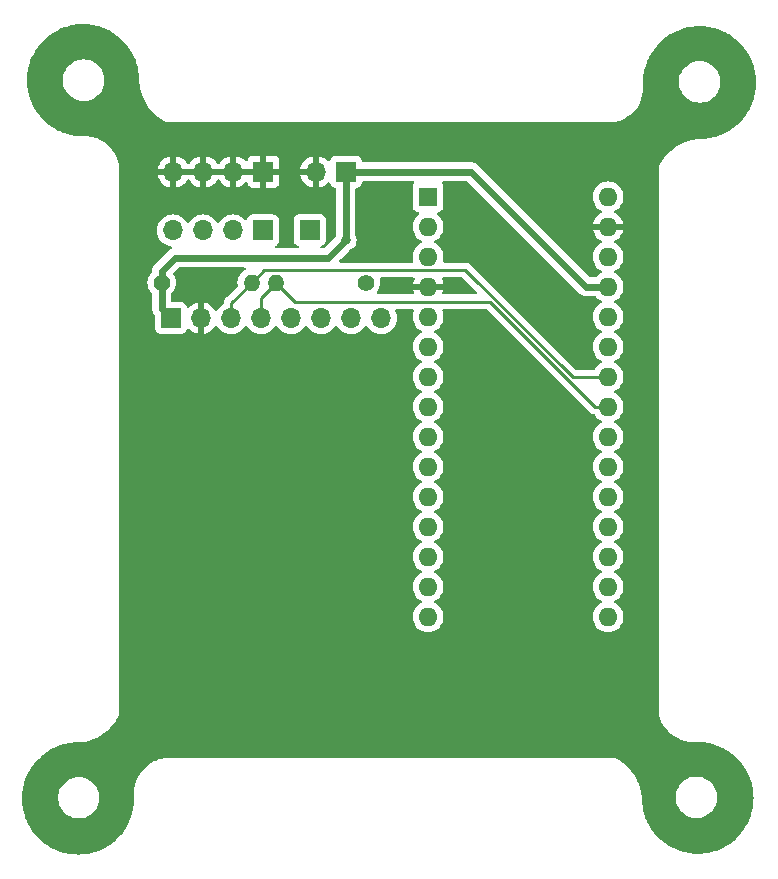
<source format=gbr>
%TF.GenerationSoftware,KiCad,Pcbnew,7.0.7*%
%TF.CreationDate,2023-10-16T17:54:11+02:00*%
%TF.ProjectId,arduino-nano-drone,61726475-696e-46f2-9d6e-616e6f2d6472,0*%
%TF.SameCoordinates,Original*%
%TF.FileFunction,Copper,L1,Top*%
%TF.FilePolarity,Positive*%
%FSLAX46Y46*%
G04 Gerber Fmt 4.6, Leading zero omitted, Abs format (unit mm)*
G04 Created by KiCad (PCBNEW 7.0.7) date 2023-10-16 17:54:11*
%MOMM*%
%LPD*%
G01*
G04 APERTURE LIST*
%TA.AperFunction,ComponentPad*%
%ADD10R,1.700000X1.700000*%
%TD*%
%TA.AperFunction,ComponentPad*%
%ADD11O,1.700000X1.700000*%
%TD*%
%TA.AperFunction,ComponentPad*%
%ADD12C,1.400000*%
%TD*%
%TA.AperFunction,ComponentPad*%
%ADD13O,1.400000X1.400000*%
%TD*%
%TA.AperFunction,ComponentPad*%
%ADD14R,1.600000X1.600000*%
%TD*%
%TA.AperFunction,ComponentPad*%
%ADD15O,1.600000X1.600000*%
%TD*%
%TA.AperFunction,ViaPad*%
%ADD16C,0.800000*%
%TD*%
%TA.AperFunction,Conductor*%
%ADD17C,0.250000*%
%TD*%
%TA.AperFunction,Conductor*%
%ADD18C,0.600000*%
%TD*%
G04 APERTURE END LIST*
D10*
%TO.P,MPU6050,1,Pin_1*%
%TO.N,VCC*%
X98700000Y-54800000D03*
D11*
%TO.P,MPU6050,2,Pin_2*%
%TO.N,GND*%
X101240000Y-54800000D03*
%TO.P,MPU6050,3,Pin_3*%
%TO.N,/SCL*%
X103780000Y-54800000D03*
%TO.P,MPU6050,4,Pin_4*%
%TO.N,/SDA*%
X106320000Y-54800000D03*
%TO.P,MPU6050,5,Pin_5*%
%TO.N,unconnected-(J5-Pin_5-Pad5)*%
X108860000Y-54800000D03*
%TO.P,MPU6050,6,Pin_6*%
%TO.N,unconnected-(J5-Pin_6-Pad6)*%
X111400000Y-54800000D03*
%TO.P,MPU6050,7,Pin_7*%
%TO.N,unconnected-(J5-Pin_7-Pad7)*%
X113940000Y-54800000D03*
%TO.P,MPU6050,8,Pin_8*%
%TO.N,unconnected-(J5-Pin_8-Pad8)*%
X116480000Y-54800000D03*
%TD*%
D12*
%TO.P,R2,1*%
%TO.N,VCC*%
X97900000Y-51800000D03*
D13*
%TO.P,R2,2*%
%TO.N,/SCL*%
X105520000Y-51800000D03*
%TD*%
D10*
%TO.P,BT1,1,+*%
%TO.N,VCC*%
X113500000Y-42400000D03*
D11*
%TO.P,BT1,2,-*%
%TO.N,GND*%
X110960000Y-42400000D03*
%TD*%
D10*
%TO.P,M,1,Pin_1*%
%TO.N,Net-(A2-D3)*%
X106475000Y-47370000D03*
D11*
%TO.P,M,2,Pin_2*%
%TO.N,Net-(A2-D9)*%
X103935000Y-47370000D03*
%TO.P,M,3,Pin_3*%
%TO.N,Net-(A2-D10)*%
X101395000Y-47370000D03*
%TO.P,M,4,Pin_4*%
%TO.N,Net-(A2-D11)*%
X98855000Y-47370000D03*
%TD*%
D10*
%TO.P,PPM,1,Pin_1*%
%TO.N,Net-(A2-D2)*%
X110435000Y-47320000D03*
%TD*%
D14*
%TO.P,ARDUINO,1,D1/TX*%
%TO.N,unconnected-(A2-D1{slash}TX-Pad1)*%
X120460000Y-44520000D03*
D15*
%TO.P,ARDUINO,2,D0/RX*%
%TO.N,unconnected-(A2-D0{slash}RX-Pad2)*%
X120460000Y-47060000D03*
%TO.P,ARDUINO,3,~{RESET}*%
%TO.N,unconnected-(A2-~{RESET}-Pad3)*%
X120460000Y-49600000D03*
%TO.P,ARDUINO,4,GND*%
%TO.N,GND*%
X120460000Y-52140000D03*
%TO.P,ARDUINO,5,D2*%
%TO.N,Net-(A2-D2)*%
X120460000Y-54680000D03*
%TO.P,ARDUINO,6,D3*%
%TO.N,Net-(A2-D3)*%
X120460000Y-57220000D03*
%TO.P,ARDUINO,7,D4*%
%TO.N,unconnected-(A2-D4-Pad7)*%
X120460000Y-59760000D03*
%TO.P,ARDUINO,8,D5*%
%TO.N,unconnected-(A2-D5-Pad8)*%
X120460000Y-62300000D03*
%TO.P,ARDUINO,9,D6*%
%TO.N,unconnected-(A2-D6-Pad9)*%
X120460000Y-64840000D03*
%TO.P,ARDUINO,10,D7*%
%TO.N,unconnected-(A2-D7-Pad10)*%
X120460000Y-67380000D03*
%TO.P,ARDUINO,11,D8*%
%TO.N,unconnected-(A2-D8-Pad11)*%
X120460000Y-69920000D03*
%TO.P,ARDUINO,12,D9*%
%TO.N,Net-(A2-D9)*%
X120460000Y-72460000D03*
%TO.P,ARDUINO,13,D10*%
%TO.N,Net-(A2-D10)*%
X120460000Y-75000000D03*
%TO.P,ARDUINO,14,D11*%
%TO.N,Net-(A2-D11)*%
X120460000Y-77540000D03*
%TO.P,ARDUINO,15,D12*%
%TO.N,unconnected-(A2-D12-Pad15)*%
X120460000Y-80080000D03*
%TO.P,ARDUINO,16,D13*%
%TO.N,unconnected-(A2-D13-Pad16)*%
X135700000Y-80080000D03*
%TO.P,ARDUINO,17,3V3*%
%TO.N,unconnected-(A2-3V3-Pad17)*%
X135700000Y-77540000D03*
%TO.P,ARDUINO,18,AREF*%
%TO.N,unconnected-(A2-AREF-Pad18)*%
X135700000Y-75000000D03*
%TO.P,ARDUINO,19,A0*%
%TO.N,unconnected-(A2-A0-Pad19)*%
X135700000Y-72460000D03*
%TO.P,ARDUINO,20,A1*%
%TO.N,unconnected-(A2-A1-Pad20)*%
X135700000Y-69920000D03*
%TO.P,ARDUINO,21,A2*%
%TO.N,unconnected-(A2-A2-Pad21)*%
X135700000Y-67380000D03*
%TO.P,ARDUINO,22,A3*%
%TO.N,unconnected-(A2-A3-Pad22)*%
X135700000Y-64840000D03*
%TO.P,ARDUINO,23,A4*%
%TO.N,/SDA*%
X135700000Y-62300000D03*
%TO.P,ARDUINO,24,A5*%
%TO.N,/SCL*%
X135700000Y-59760000D03*
%TO.P,ARDUINO,25,A6*%
%TO.N,unconnected-(A2-A6-Pad25)*%
X135700000Y-57220000D03*
%TO.P,ARDUINO,26,A7*%
%TO.N,unconnected-(A2-A7-Pad26)*%
X135700000Y-54680000D03*
%TO.P,ARDUINO,27,+5V*%
%TO.N,VCC*%
X135700000Y-52140000D03*
%TO.P,ARDUINO,28,~{RESET}*%
%TO.N,unconnected-(A2-~{RESET}-Pad28)*%
X135700000Y-49600000D03*
%TO.P,ARDUINO,29,GND*%
%TO.N,GND*%
X135700000Y-47060000D03*
%TO.P,ARDUINO,30,VIN*%
%TO.N,unconnected-(A2-VIN-Pad30)*%
X135700000Y-44520000D03*
%TD*%
D12*
%TO.P,R1,1*%
%TO.N,VCC*%
X115220000Y-51800000D03*
D13*
%TO.P,R1,2*%
%TO.N,/SDA*%
X107600000Y-51800000D03*
%TD*%
D10*
%TO.P,MGND,1,Pin_1*%
%TO.N,GND*%
X106520000Y-42400000D03*
D11*
%TO.P,MGND,2,Pin_2*%
X103980000Y-42400000D03*
%TO.P,MGND,3,Pin_3*%
X101440000Y-42400000D03*
%TO.P,MGND,4,Pin_4*%
X98900000Y-42400000D03*
%TD*%
D16*
%TO.N,GND*%
X127500000Y-41500000D03*
X115900000Y-59000000D03*
X120700000Y-39800000D03*
X102100000Y-82400000D03*
X129550000Y-67500000D03*
X133360000Y-49770000D03*
X131610000Y-43020000D03*
X112000000Y-77100000D03*
X116700000Y-81000000D03*
X95600000Y-44500000D03*
X116300000Y-48300000D03*
X106600000Y-58500000D03*
X138700000Y-50900000D03*
X136200000Y-41300000D03*
X128800000Y-50900000D03*
X122660000Y-74070000D03*
X104700000Y-65900000D03*
X133450000Y-85200000D03*
X112500000Y-59400000D03*
X101100000Y-57000000D03*
X101200000Y-51600000D03*
X123900000Y-47900000D03*
X126550000Y-82250000D03*
X138400000Y-67200000D03*
X131410000Y-62520000D03*
X116000000Y-44800000D03*
X117000000Y-63200000D03*
X104400000Y-73600000D03*
X118600000Y-75700000D03*
X133650000Y-75700000D03*
X111000000Y-85500000D03*
X131300000Y-46300000D03*
X107500000Y-39700000D03*
X104800000Y-44900000D03*
X97800000Y-71700000D03*
X101200000Y-62700000D03*
X123100000Y-52154500D03*
X132110000Y-55020000D03*
X118000000Y-73500000D03*
X118100000Y-52000000D03*
X125400000Y-63700000D03*
%TO.N,VCC*%
X113500000Y-48200000D03*
%TD*%
D17*
%TO.N,/SDA*%
X107600000Y-51800000D02*
X109200000Y-53400000D01*
X106320000Y-53080000D02*
X106320000Y-54800000D01*
X109200000Y-53400000D02*
X125663604Y-53400000D01*
X125663604Y-53400000D02*
X134563604Y-62300000D01*
X134563604Y-62300000D02*
X135700000Y-62300000D01*
X107600000Y-51800000D02*
X106320000Y-53080000D01*
%TO.N,/SCL*%
X103780000Y-53540000D02*
X103780000Y-54800000D01*
X135660000Y-59800000D02*
X135700000Y-59760000D01*
X105520000Y-51800000D02*
X103780000Y-53540000D01*
X123625000Y-50725000D02*
X132700000Y-59800000D01*
X105520000Y-51800000D02*
X106595000Y-50725000D01*
X132700000Y-59800000D02*
X135660000Y-59800000D01*
X106595000Y-50725000D02*
X123625000Y-50725000D01*
D18*
%TO.N,VCC*%
X97900000Y-54000000D02*
X98700000Y-54800000D01*
X124100000Y-42400000D02*
X133840000Y-52140000D01*
X97900000Y-50800000D02*
X97900000Y-51800000D01*
X133840000Y-52140000D02*
X135700000Y-52140000D01*
X113500000Y-48200000D02*
X112000000Y-49700000D01*
X113500000Y-42400000D02*
X113500000Y-48200000D01*
X112000000Y-49700000D02*
X99000000Y-49700000D01*
X113500000Y-42400000D02*
X124100000Y-42400000D01*
X97900000Y-51800000D02*
X97900000Y-54000000D01*
X99000000Y-49700000D02*
X97900000Y-50800000D01*
%TD*%
%TA.AperFunction,Conductor*%
%TO.N,GND*%
G36*
X123784099Y-43220185D02*
G01*
X123804741Y-43236819D01*
X133210183Y-52642261D01*
X133210184Y-52642262D01*
X133337738Y-52769816D01*
X133373089Y-52792028D01*
X133378765Y-52796055D01*
X133411411Y-52822090D01*
X133411412Y-52822091D01*
X133432548Y-52832269D01*
X133449035Y-52840208D01*
X133455112Y-52843567D01*
X133472635Y-52854577D01*
X133490477Y-52865789D01*
X133529891Y-52879581D01*
X133536320Y-52882244D01*
X133573941Y-52900361D01*
X133614641Y-52909650D01*
X133621328Y-52911576D01*
X133660742Y-52925367D01*
X133660745Y-52925368D01*
X133702241Y-52930043D01*
X133709093Y-52931207D01*
X133749806Y-52940500D01*
X133795046Y-52940500D01*
X134609951Y-52940500D01*
X134676990Y-52960185D01*
X134697632Y-52976819D01*
X134860858Y-53140045D01*
X134860861Y-53140047D01*
X135047266Y-53270568D01*
X135105275Y-53297618D01*
X135157714Y-53343791D01*
X135176866Y-53410984D01*
X135156650Y-53477865D01*
X135105275Y-53522381D01*
X135093405Y-53527917D01*
X135047267Y-53549431D01*
X135047265Y-53549432D01*
X134860858Y-53679954D01*
X134699954Y-53840858D01*
X134569432Y-54027265D01*
X134569431Y-54027267D01*
X134473261Y-54233502D01*
X134473258Y-54233511D01*
X134414366Y-54453302D01*
X134414364Y-54453313D01*
X134394532Y-54679998D01*
X134394532Y-54680001D01*
X134414364Y-54906686D01*
X134414366Y-54906697D01*
X134473258Y-55126488D01*
X134473261Y-55126497D01*
X134569431Y-55332732D01*
X134569432Y-55332734D01*
X134699954Y-55519141D01*
X134860858Y-55680045D01*
X134860861Y-55680047D01*
X135047266Y-55810568D01*
X135105275Y-55837618D01*
X135157714Y-55883791D01*
X135176866Y-55950984D01*
X135156650Y-56017865D01*
X135105275Y-56062382D01*
X135047267Y-56089431D01*
X135047265Y-56089432D01*
X134860858Y-56219954D01*
X134699954Y-56380858D01*
X134569432Y-56567265D01*
X134569431Y-56567267D01*
X134473261Y-56773502D01*
X134473258Y-56773511D01*
X134414366Y-56993302D01*
X134414364Y-56993313D01*
X134394532Y-57219998D01*
X134394532Y-57220001D01*
X134414364Y-57446686D01*
X134414366Y-57446697D01*
X134473258Y-57666488D01*
X134473261Y-57666497D01*
X134569431Y-57872732D01*
X134569432Y-57872734D01*
X134699954Y-58059141D01*
X134860858Y-58220045D01*
X134860861Y-58220047D01*
X135047266Y-58350568D01*
X135105275Y-58377618D01*
X135157714Y-58423791D01*
X135176866Y-58490984D01*
X135156650Y-58557865D01*
X135105275Y-58602382D01*
X135047267Y-58629431D01*
X135047265Y-58629432D01*
X134860858Y-58759954D01*
X134699954Y-58920858D01*
X134569430Y-59107268D01*
X134566721Y-59111961D01*
X134564592Y-59110732D01*
X134525230Y-59155383D01*
X134459083Y-59174500D01*
X133010452Y-59174500D01*
X132943413Y-59154815D01*
X132922771Y-59138181D01*
X124125803Y-50341212D01*
X124115980Y-50328950D01*
X124115759Y-50329134D01*
X124110786Y-50323123D01*
X124083754Y-50297738D01*
X124060364Y-50275773D01*
X124049919Y-50265328D01*
X124039475Y-50254883D01*
X124033986Y-50250625D01*
X124029561Y-50246847D01*
X123995582Y-50214938D01*
X123995580Y-50214936D01*
X123995577Y-50214935D01*
X123978029Y-50205288D01*
X123961763Y-50194604D01*
X123945933Y-50182325D01*
X123903168Y-50163818D01*
X123897922Y-50161248D01*
X123857093Y-50138803D01*
X123857092Y-50138802D01*
X123837693Y-50133822D01*
X123819281Y-50127518D01*
X123800898Y-50119562D01*
X123800892Y-50119560D01*
X123754874Y-50112272D01*
X123749152Y-50111087D01*
X123704021Y-50099500D01*
X123704019Y-50099500D01*
X123683984Y-50099500D01*
X123664586Y-50097973D01*
X123657162Y-50096797D01*
X123644805Y-50094840D01*
X123644804Y-50094840D01*
X123598416Y-50099225D01*
X123592578Y-50099500D01*
X121834137Y-50099500D01*
X121767098Y-50079815D01*
X121721343Y-50027011D01*
X121711399Y-49957853D01*
X121714362Y-49943407D01*
X121729256Y-49887819D01*
X121745635Y-49826692D01*
X121765468Y-49600000D01*
X121745635Y-49373308D01*
X121700916Y-49206415D01*
X121686741Y-49153511D01*
X121686738Y-49153502D01*
X121647886Y-49070184D01*
X121590568Y-48947266D01*
X121460047Y-48760861D01*
X121460045Y-48760858D01*
X121299141Y-48599954D01*
X121112734Y-48469432D01*
X121112728Y-48469429D01*
X121054725Y-48442382D01*
X121002285Y-48396210D01*
X120983133Y-48329017D01*
X121003348Y-48262135D01*
X121054725Y-48217618D01*
X121055319Y-48217341D01*
X121112734Y-48190568D01*
X121299139Y-48060047D01*
X121460047Y-47899139D01*
X121590568Y-47712734D01*
X121686739Y-47506496D01*
X121745635Y-47286692D01*
X121765468Y-47060000D01*
X121745635Y-46833308D01*
X121686739Y-46613504D01*
X121590568Y-46407266D01*
X121464814Y-46227669D01*
X121460045Y-46220858D01*
X121299143Y-46059956D01*
X121274536Y-46042726D01*
X121230912Y-45988149D01*
X121223719Y-45918650D01*
X121255241Y-45856296D01*
X121315471Y-45820882D01*
X121332404Y-45817861D01*
X121367483Y-45814091D01*
X121502331Y-45763796D01*
X121617546Y-45677546D01*
X121703796Y-45562331D01*
X121754091Y-45427483D01*
X121760500Y-45367873D01*
X121760499Y-43672128D01*
X121754091Y-43612517D01*
X121752237Y-43607547D01*
X121703797Y-43477671D01*
X121703795Y-43477668D01*
X121644762Y-43398810D01*
X121620345Y-43333348D01*
X121635196Y-43265074D01*
X121684601Y-43215669D01*
X121744029Y-43200500D01*
X123717060Y-43200500D01*
X123784099Y-43220185D01*
G37*
%TD.AperFunction*%
%TA.AperFunction,Conductor*%
G36*
X104969544Y-50520185D02*
G01*
X105015299Y-50572989D01*
X105025243Y-50642147D01*
X104996218Y-50705703D01*
X104967782Y-50729927D01*
X104793439Y-50837874D01*
X104793437Y-50837876D01*
X104629020Y-50987761D01*
X104494943Y-51165308D01*
X104494938Y-51165316D01*
X104395775Y-51364461D01*
X104395769Y-51364476D01*
X104334885Y-51578462D01*
X104334884Y-51578464D01*
X104314357Y-51799999D01*
X104314357Y-51800000D01*
X104334885Y-52021536D01*
X104335315Y-52023837D01*
X104335201Y-52024955D01*
X104335414Y-52027245D01*
X104334966Y-52027286D01*
X104328283Y-52093352D01*
X104301107Y-52134301D01*
X103396208Y-53039199D01*
X103383951Y-53049020D01*
X103384134Y-53049241D01*
X103378123Y-53054213D01*
X103330772Y-53104636D01*
X103309889Y-53125519D01*
X103309877Y-53125532D01*
X103305621Y-53131017D01*
X103301837Y-53135447D01*
X103269937Y-53169418D01*
X103269936Y-53169420D01*
X103260284Y-53186976D01*
X103249610Y-53203226D01*
X103237329Y-53219061D01*
X103237324Y-53219068D01*
X103218815Y-53261838D01*
X103216245Y-53267084D01*
X103193803Y-53307906D01*
X103188822Y-53327307D01*
X103182521Y-53345710D01*
X103174562Y-53364102D01*
X103174561Y-53364105D01*
X103167271Y-53410127D01*
X103166087Y-53415846D01*
X103154501Y-53460972D01*
X103154500Y-53460982D01*
X103154500Y-53481016D01*
X103152973Y-53500415D01*
X103149840Y-53520194D01*
X103149595Y-53527993D01*
X103147206Y-53527917D01*
X103136171Y-53584849D01*
X103097140Y-53629487D01*
X102908594Y-53761508D01*
X102741508Y-53928594D01*
X102611269Y-54114595D01*
X102556692Y-54158219D01*
X102487193Y-54165412D01*
X102424839Y-54133890D01*
X102408119Y-54114594D01*
X102278113Y-53928926D01*
X102278108Y-53928920D01*
X102111082Y-53761894D01*
X101917578Y-53626399D01*
X101703492Y-53526570D01*
X101703486Y-53526567D01*
X101490000Y-53469364D01*
X101490000Y-54187698D01*
X101470315Y-54254737D01*
X101417511Y-54300492D01*
X101348355Y-54310436D01*
X101275766Y-54300000D01*
X101275763Y-54300000D01*
X101204237Y-54300000D01*
X101204233Y-54300000D01*
X101131644Y-54310436D01*
X101062486Y-54300492D01*
X101009683Y-54254736D01*
X100989999Y-54187698D01*
X100989999Y-53469364D01*
X100776513Y-53526567D01*
X100776507Y-53526570D01*
X100562422Y-53626399D01*
X100562420Y-53626400D01*
X100368926Y-53761886D01*
X100246865Y-53883947D01*
X100185542Y-53917431D01*
X100115850Y-53912447D01*
X100059917Y-53870575D01*
X100043002Y-53839598D01*
X99993797Y-53707671D01*
X99993793Y-53707664D01*
X99907547Y-53592455D01*
X99907544Y-53592452D01*
X99792335Y-53506206D01*
X99792328Y-53506202D01*
X99657482Y-53455908D01*
X99657483Y-53455908D01*
X99597883Y-53449501D01*
X99597881Y-53449500D01*
X99597873Y-53449500D01*
X99597865Y-53449500D01*
X98824500Y-53449500D01*
X98757461Y-53429815D01*
X98711706Y-53377011D01*
X98700500Y-53325500D01*
X98700500Y-52749471D01*
X98720185Y-52682432D01*
X98740963Y-52657833D01*
X98790981Y-52612236D01*
X98925058Y-52434689D01*
X99024229Y-52235528D01*
X99085115Y-52021536D01*
X99105643Y-51800000D01*
X99085115Y-51578464D01*
X99024229Y-51364472D01*
X99019913Y-51355804D01*
X98925061Y-51165316D01*
X98925056Y-51165308D01*
X98878953Y-51104258D01*
X98854261Y-51038896D01*
X98868826Y-50970562D01*
X98890222Y-50941854D01*
X99295258Y-50536819D01*
X99356582Y-50503334D01*
X99382940Y-50500500D01*
X104902505Y-50500500D01*
X104969544Y-50520185D01*
G37*
%TD.AperFunction*%
%TA.AperFunction,Conductor*%
G36*
X119266156Y-51370185D02*
G01*
X119311911Y-51422989D01*
X119321855Y-51492147D01*
X119311499Y-51526905D01*
X119233734Y-51693673D01*
X119233730Y-51693682D01*
X119181127Y-51889999D01*
X119181128Y-51890000D01*
X119846653Y-51890000D01*
X119913692Y-51909685D01*
X119959447Y-51962489D01*
X119969391Y-52031647D01*
X119965631Y-52048933D01*
X119960000Y-52068111D01*
X119960000Y-52211888D01*
X119965631Y-52231067D01*
X119965630Y-52300936D01*
X119927855Y-52359714D01*
X119864299Y-52388738D01*
X119846653Y-52390000D01*
X119181128Y-52390000D01*
X119233730Y-52586317D01*
X119233733Y-52586326D01*
X119239221Y-52598093D01*
X119249714Y-52667170D01*
X119221196Y-52730955D01*
X119162720Y-52769196D01*
X119126840Y-52774500D01*
X116237470Y-52774500D01*
X116170431Y-52754815D01*
X116124676Y-52702011D01*
X116114732Y-52632853D01*
X116138515Y-52575774D01*
X116245058Y-52434689D01*
X116344229Y-52235528D01*
X116405115Y-52021536D01*
X116425643Y-51800000D01*
X116405115Y-51578464D01*
X116385189Y-51508434D01*
X116385777Y-51438567D01*
X116424043Y-51380108D01*
X116487841Y-51351618D01*
X116504456Y-51350500D01*
X119199117Y-51350500D01*
X119266156Y-51370185D01*
G37*
%TD.AperFunction*%
%TA.AperFunction,Conductor*%
G36*
X123381587Y-51370185D02*
G01*
X123402229Y-51386819D01*
X124578229Y-52562819D01*
X124611714Y-52624142D01*
X124606730Y-52693834D01*
X124564858Y-52749767D01*
X124499394Y-52774184D01*
X124490548Y-52774500D01*
X121793160Y-52774500D01*
X121726121Y-52754815D01*
X121680366Y-52702011D01*
X121670422Y-52632853D01*
X121680779Y-52598093D01*
X121686266Y-52586326D01*
X121686269Y-52586317D01*
X121738872Y-52390000D01*
X121073347Y-52390000D01*
X121006308Y-52370315D01*
X120960553Y-52317511D01*
X120950609Y-52248353D01*
X120954369Y-52231067D01*
X120960000Y-52211888D01*
X120960000Y-52068111D01*
X120954369Y-52048933D01*
X120954370Y-51979064D01*
X120992145Y-51920286D01*
X121055701Y-51891262D01*
X121073347Y-51890000D01*
X121738872Y-51890000D01*
X121738872Y-51889999D01*
X121686269Y-51693682D01*
X121686265Y-51693673D01*
X121608501Y-51526905D01*
X121598009Y-51457827D01*
X121626529Y-51394043D01*
X121685006Y-51355804D01*
X121720883Y-51350500D01*
X123314548Y-51350500D01*
X123381587Y-51370185D01*
G37*
%TD.AperFunction*%
%TA.AperFunction,Conductor*%
G36*
X119243010Y-43220185D02*
G01*
X119288765Y-43272989D01*
X119298709Y-43342147D01*
X119275237Y-43398810D01*
X119248614Y-43434373D01*
X119216204Y-43477668D01*
X119216202Y-43477671D01*
X119165908Y-43612517D01*
X119159501Y-43672116D01*
X119159501Y-43672123D01*
X119159500Y-43672135D01*
X119159500Y-45367870D01*
X119159501Y-45367876D01*
X119165908Y-45427483D01*
X119216202Y-45562328D01*
X119216206Y-45562335D01*
X119302452Y-45677544D01*
X119302455Y-45677547D01*
X119417664Y-45763793D01*
X119417671Y-45763797D01*
X119462618Y-45780561D01*
X119552517Y-45814091D01*
X119587596Y-45817862D01*
X119652144Y-45844599D01*
X119691993Y-45901991D01*
X119694488Y-45971816D01*
X119658836Y-46031905D01*
X119645464Y-46042725D01*
X119620858Y-46059954D01*
X119459954Y-46220858D01*
X119329432Y-46407265D01*
X119329431Y-46407267D01*
X119233261Y-46613502D01*
X119233258Y-46613511D01*
X119174366Y-46833302D01*
X119174364Y-46833313D01*
X119154532Y-47059998D01*
X119154532Y-47060001D01*
X119174364Y-47286686D01*
X119174366Y-47286697D01*
X119233258Y-47506488D01*
X119233261Y-47506497D01*
X119329431Y-47712732D01*
X119329432Y-47712734D01*
X119459954Y-47899141D01*
X119620858Y-48060045D01*
X119620861Y-48060047D01*
X119807266Y-48190568D01*
X119864681Y-48217341D01*
X119865275Y-48217618D01*
X119917714Y-48263791D01*
X119936866Y-48330984D01*
X119916650Y-48397865D01*
X119865275Y-48442382D01*
X119807267Y-48469431D01*
X119807265Y-48469432D01*
X119620858Y-48599954D01*
X119459954Y-48760858D01*
X119329432Y-48947265D01*
X119329431Y-48947267D01*
X119233261Y-49153502D01*
X119233258Y-49153511D01*
X119174366Y-49373302D01*
X119174364Y-49373313D01*
X119154532Y-49599998D01*
X119154532Y-49600001D01*
X119174364Y-49826686D01*
X119174366Y-49826697D01*
X119205638Y-49943407D01*
X119203975Y-50013257D01*
X119164812Y-50071119D01*
X119100583Y-50098623D01*
X119085863Y-50099500D01*
X113031940Y-50099500D01*
X112964901Y-50079815D01*
X112919146Y-50027011D01*
X112909202Y-49957853D01*
X112938227Y-49894297D01*
X112944259Y-49887819D01*
X113078297Y-49753779D01*
X113747566Y-49084510D01*
X113784801Y-49058918D01*
X113952730Y-48984151D01*
X114105871Y-48872888D01*
X114232533Y-48732216D01*
X114327179Y-48568284D01*
X114385674Y-48388256D01*
X114405460Y-48200000D01*
X114385674Y-48011744D01*
X114327179Y-47831716D01*
X114327178Y-47831715D01*
X114327178Y-47831713D01*
X114317113Y-47814280D01*
X114300499Y-47752282D01*
X114300499Y-43872350D01*
X114320184Y-43805312D01*
X114372988Y-43759557D01*
X114411245Y-43749061D01*
X114457483Y-43744091D01*
X114592331Y-43693796D01*
X114707546Y-43607546D01*
X114793796Y-43492331D01*
X114844091Y-43357483D01*
X114849062Y-43311242D01*
X114875799Y-43246694D01*
X114933191Y-43206846D01*
X114972351Y-43200500D01*
X119175971Y-43200500D01*
X119243010Y-43220185D01*
G37*
%TD.AperFunction*%
%TA.AperFunction,Conductor*%
G36*
X100893692Y-42169685D02*
G01*
X100939447Y-42222489D01*
X100949391Y-42291647D01*
X100945631Y-42308933D01*
X100940000Y-42328111D01*
X100940000Y-42471888D01*
X100945631Y-42491067D01*
X100945630Y-42560936D01*
X100907855Y-42619714D01*
X100844299Y-42648738D01*
X100826653Y-42650000D01*
X99513347Y-42650000D01*
X99446308Y-42630315D01*
X99400553Y-42577511D01*
X99390609Y-42508353D01*
X99394369Y-42491067D01*
X99400000Y-42471888D01*
X99400000Y-42328111D01*
X99394369Y-42308933D01*
X99394370Y-42239064D01*
X99432145Y-42180286D01*
X99495701Y-42151262D01*
X99513347Y-42150000D01*
X100826653Y-42150000D01*
X100893692Y-42169685D01*
G37*
%TD.AperFunction*%
%TA.AperFunction,Conductor*%
G36*
X103433692Y-42169685D02*
G01*
X103479447Y-42222489D01*
X103489391Y-42291647D01*
X103485631Y-42308933D01*
X103480000Y-42328111D01*
X103480000Y-42471888D01*
X103485631Y-42491067D01*
X103485630Y-42560936D01*
X103447855Y-42619714D01*
X103384299Y-42648738D01*
X103366653Y-42650000D01*
X102053347Y-42650000D01*
X101986308Y-42630315D01*
X101940553Y-42577511D01*
X101930609Y-42508353D01*
X101934369Y-42491067D01*
X101940000Y-42471888D01*
X101940000Y-42328111D01*
X101934369Y-42308933D01*
X101934370Y-42239064D01*
X101972145Y-42180286D01*
X102035701Y-42151262D01*
X102053347Y-42150000D01*
X103366653Y-42150000D01*
X103433692Y-42169685D01*
G37*
%TD.AperFunction*%
%TA.AperFunction,Conductor*%
G36*
X105973692Y-42169685D02*
G01*
X106019447Y-42222489D01*
X106029391Y-42291647D01*
X106025631Y-42308933D01*
X106020000Y-42328111D01*
X106020000Y-42471888D01*
X106025631Y-42491067D01*
X106025630Y-42560936D01*
X105987855Y-42619714D01*
X105924299Y-42648738D01*
X105906653Y-42650000D01*
X104593347Y-42650000D01*
X104526308Y-42630315D01*
X104480553Y-42577511D01*
X104470609Y-42508353D01*
X104474369Y-42491067D01*
X104480000Y-42471888D01*
X104480000Y-42328111D01*
X104474369Y-42308933D01*
X104474370Y-42239064D01*
X104512145Y-42180286D01*
X104575701Y-42151262D01*
X104593347Y-42150000D01*
X105906653Y-42150000D01*
X105973692Y-42169685D01*
G37*
%TD.AperFunction*%
%TA.AperFunction,Conductor*%
G36*
X91330763Y-29899526D02*
G01*
X91341337Y-29900014D01*
X91528432Y-29908664D01*
X91737580Y-29924489D01*
X91760586Y-29926230D01*
X91764474Y-29926648D01*
X91959875Y-29953905D01*
X92189981Y-29992491D01*
X92193890Y-29993277D01*
X92385259Y-30038286D01*
X92601819Y-30095146D01*
X92611516Y-30097692D01*
X92615455Y-30098867D01*
X92801128Y-30161098D01*
X93021740Y-30240974D01*
X93025624Y-30242533D01*
X93157764Y-30300879D01*
X93203915Y-30321257D01*
X93417152Y-30421127D01*
X93420983Y-30423088D01*
X93590217Y-30517350D01*
X93708681Y-30586543D01*
X93794451Y-30636640D01*
X93798220Y-30639026D01*
X93956896Y-30747721D01*
X94059288Y-30820705D01*
X94150535Y-30885746D01*
X94154158Y-30888535D01*
X94300836Y-31010335D01*
X94482383Y-31166341D01*
X94485803Y-31169512D01*
X94619171Y-31302880D01*
X94718378Y-31405130D01*
X94787223Y-31476087D01*
X94790424Y-31479653D01*
X94909209Y-31622700D01*
X94943796Y-31665499D01*
X95023197Y-31763754D01*
X95062515Y-31812407D01*
X95065438Y-31816334D01*
X95125386Y-31903847D01*
X95168511Y-31966801D01*
X95229235Y-32057680D01*
X95305928Y-32172460D01*
X95308543Y-32176737D01*
X95394992Y-32331944D01*
X95515461Y-32553290D01*
X95517723Y-32557888D01*
X95586673Y-32714047D01*
X95689328Y-32951661D01*
X95691199Y-32956549D01*
X95741976Y-33108044D01*
X95826088Y-33364281D01*
X95827535Y-33369425D01*
X95859614Y-33505820D01*
X95924587Y-33787677D01*
X95925577Y-33793041D01*
X95938585Y-33886289D01*
X95983819Y-34217004D01*
X95984327Y-34222600D01*
X96003644Y-34648602D01*
X96003708Y-34651411D01*
X96003708Y-34689713D01*
X96004951Y-34700062D01*
X96008281Y-34834072D01*
X96035567Y-35066073D01*
X96041035Y-35138617D01*
X96045683Y-35152085D01*
X96051292Y-35199776D01*
X96051293Y-35199783D01*
X96110165Y-35477193D01*
X96118400Y-35523597D01*
X96121424Y-35530247D01*
X96127735Y-35559988D01*
X96127738Y-35559998D01*
X96233198Y-35899516D01*
X96233199Y-35899518D01*
X96236974Y-35911670D01*
X96378061Y-36251784D01*
X96378062Y-36251788D01*
X96549820Y-36577500D01*
X96549833Y-36577524D01*
X96649949Y-36731231D01*
X96750804Y-36886072D01*
X96979291Y-37174847D01*
X96979294Y-37174850D01*
X96979298Y-37174855D01*
X97012209Y-37209383D01*
X97233354Y-37441398D01*
X97233367Y-37441410D01*
X97233373Y-37441415D01*
X97242678Y-37449532D01*
X97242693Y-37449545D01*
X97474376Y-37651653D01*
X97510844Y-37683466D01*
X97534905Y-37700836D01*
X97535505Y-37701269D01*
X97539048Y-37705835D01*
X97579437Y-37732984D01*
X97809409Y-37899003D01*
X97850759Y-37923410D01*
X97858450Y-37931633D01*
X97925315Y-37967418D01*
X98126509Y-38086176D01*
X98126539Y-38086192D01*
X98273789Y-38155694D01*
X98277943Y-38158592D01*
X98291507Y-38164151D01*
X98294544Y-38165492D01*
X98299185Y-38167691D01*
X98315587Y-38164847D01*
X136139203Y-38209893D01*
X136153970Y-38214249D01*
X136167762Y-38211894D01*
X136169711Y-38211746D01*
X136179264Y-38209941D01*
X136179266Y-38209942D01*
X136179267Y-38209941D01*
X136182938Y-38209248D01*
X136342683Y-38182155D01*
X136537511Y-38126475D01*
X136540515Y-38125699D01*
X136614241Y-38108613D01*
X136630348Y-38099943D01*
X136661473Y-38091049D01*
X136886705Y-37998769D01*
X136942471Y-37978577D01*
X136951817Y-37972092D01*
X136968274Y-37965350D01*
X137229073Y-37823101D01*
X137253542Y-37810761D01*
X137256587Y-37808093D01*
X137259345Y-37806590D01*
X137531138Y-37616705D01*
X137780336Y-37398011D01*
X138003903Y-37153173D01*
X138199112Y-36885179D01*
X138363581Y-36597295D01*
X138495307Y-36293033D01*
X138496227Y-36290037D01*
X138498006Y-36287342D01*
X138505416Y-36260128D01*
X138592682Y-35976102D01*
X138595998Y-35958632D01*
X138600135Y-35950550D01*
X138609131Y-35889455D01*
X138614965Y-35858724D01*
X138654520Y-35650367D01*
X138657012Y-35618108D01*
X138662201Y-35604435D01*
X138664295Y-35524892D01*
X138664455Y-35521800D01*
X138680065Y-35319799D01*
X138676212Y-35203914D01*
X138677445Y-35199132D01*
X138674649Y-35155518D01*
X138674533Y-35152744D01*
X138670426Y-34931187D01*
X141699500Y-34931187D01*
X141715297Y-35035985D01*
X141738604Y-35190615D01*
X141738605Y-35190617D01*
X141738606Y-35190623D01*
X141815938Y-35441326D01*
X141929767Y-35677696D01*
X141929768Y-35677697D01*
X141929770Y-35677700D01*
X141929772Y-35677704D01*
X141975299Y-35744479D01*
X142077567Y-35894479D01*
X142256014Y-36086801D01*
X142256018Y-36086804D01*
X142256019Y-36086805D01*
X142461143Y-36250386D01*
X142688357Y-36381568D01*
X142932584Y-36477420D01*
X143188370Y-36535802D01*
X143188376Y-36535802D01*
X143188379Y-36535803D01*
X143384500Y-36550500D01*
X143384506Y-36550500D01*
X143515500Y-36550500D01*
X143711620Y-36535803D01*
X143711622Y-36535802D01*
X143711630Y-36535802D01*
X143967416Y-36477420D01*
X144211643Y-36381568D01*
X144438857Y-36250386D01*
X144643981Y-36086805D01*
X144649059Y-36081333D01*
X144762905Y-35958635D01*
X144822433Y-35894479D01*
X144970228Y-35677704D01*
X144983389Y-35650376D01*
X145042464Y-35527704D01*
X145084063Y-35441323D01*
X145161396Y-35190615D01*
X145200500Y-34931182D01*
X145200500Y-34668818D01*
X145161396Y-34409385D01*
X145084063Y-34158677D01*
X145011825Y-34008673D01*
X144970232Y-33922303D01*
X144970231Y-33922302D01*
X144970230Y-33922301D01*
X144970228Y-33922296D01*
X144822433Y-33705521D01*
X144756234Y-33634175D01*
X144643985Y-33513198D01*
X144570780Y-33454819D01*
X144438857Y-33349614D01*
X144211643Y-33218432D01*
X143967416Y-33122580D01*
X143967411Y-33122578D01*
X143967402Y-33122576D01*
X143730180Y-33068432D01*
X143711630Y-33064198D01*
X143711629Y-33064197D01*
X143711625Y-33064197D01*
X143711620Y-33064196D01*
X143515500Y-33049500D01*
X143515494Y-33049500D01*
X143384506Y-33049500D01*
X143384500Y-33049500D01*
X143188379Y-33064196D01*
X143188374Y-33064197D01*
X142932597Y-33122576D01*
X142932578Y-33122582D01*
X142688356Y-33218432D01*
X142461143Y-33349614D01*
X142256014Y-33513198D01*
X142077567Y-33705520D01*
X141929768Y-33922302D01*
X141929767Y-33922303D01*
X141815938Y-34158673D01*
X141738606Y-34409376D01*
X141738605Y-34409381D01*
X141738604Y-34409385D01*
X141725756Y-34494626D01*
X141699500Y-34668812D01*
X141699500Y-34931187D01*
X138670426Y-34931187D01*
X138666620Y-34725917D01*
X138666768Y-34720331D01*
X138679716Y-34539735D01*
X138691018Y-34382098D01*
X138697622Y-34293237D01*
X138698254Y-34287896D01*
X138745342Y-33999211D01*
X138768034Y-33863790D01*
X138769124Y-33858651D01*
X138836886Y-33595258D01*
X138837896Y-33591430D01*
X138877159Y-33442558D01*
X138878670Y-33437669D01*
X138966095Y-33192020D01*
X138996722Y-33108044D01*
X139024075Y-33033042D01*
X139026018Y-33028329D01*
X139027269Y-33025616D01*
X139132186Y-32798066D01*
X139207598Y-32638526D01*
X139209876Y-32634169D01*
X139333935Y-32418567D01*
X139426188Y-32262340D01*
X139428786Y-32258310D01*
X139569690Y-32057672D01*
X139581108Y-32041856D01*
X139678030Y-31907589D01*
X139680929Y-31903883D01*
X139837577Y-31718794D01*
X139961050Y-31577189D01*
X139964197Y-31573843D01*
X140135402Y-31405045D01*
X140272876Y-31273897D01*
X140276257Y-31270902D01*
X140460656Y-31119266D01*
X140611008Y-31000149D01*
X140614488Y-30997590D01*
X140810690Y-30863909D01*
X140972524Y-30758306D01*
X140976182Y-30756097D01*
X141182645Y-30641158D01*
X141354536Y-30550285D01*
X141358275Y-30548470D01*
X141573427Y-30452939D01*
X141753835Y-30377838D01*
X141757617Y-30376410D01*
X141979760Y-30300877D01*
X142167112Y-30242384D01*
X142170923Y-30241328D01*
X142398356Y-30186240D01*
X142590967Y-30145029D01*
X142594793Y-30144336D01*
X142825728Y-30110018D01*
X143021909Y-30086575D01*
X143025680Y-30086241D01*
X143258341Y-30072868D01*
X143456385Y-30067503D01*
X143460043Y-30067513D01*
X143692591Y-30075120D01*
X143890783Y-30087973D01*
X143894228Y-30088297D01*
X144115094Y-30115559D01*
X144124910Y-30116771D01*
X144204070Y-30129270D01*
X144321417Y-30147798D01*
X144324827Y-30148435D01*
X144551749Y-30197496D01*
X144627969Y-30216833D01*
X144744882Y-30246493D01*
X144748116Y-30247407D01*
X144969525Y-30316634D01*
X145157614Y-30383231D01*
X145160648Y-30384397D01*
X145374804Y-30473216D01*
X145556201Y-30556879D01*
X145559025Y-30558271D01*
X145764227Y-30665953D01*
X145868774Y-30726368D01*
X145937343Y-30765992D01*
X145939934Y-30767575D01*
X146089177Y-30863948D01*
X146134582Y-30893268D01*
X146297886Y-31008828D01*
X146300257Y-31010592D01*
X146482796Y-31153284D01*
X146634903Y-31283412D01*
X146637014Y-31285303D01*
X146736130Y-31378308D01*
X146804941Y-31442877D01*
X146806972Y-31444872D01*
X146877114Y-31517024D01*
X146946503Y-31588401D01*
X147094663Y-31754933D01*
X147100506Y-31761500D01*
X147102417Y-31763754D01*
X147228127Y-31919392D01*
X147365935Y-32105658D01*
X147367694Y-32108164D01*
X147478513Y-32274545D01*
X147539478Y-32374685D01*
X147599018Y-32472486D01*
X147600597Y-32475235D01*
X147695607Y-32650926D01*
X147797861Y-32859014D01*
X147799228Y-32861993D01*
X147877634Y-33045449D01*
X147907251Y-33122576D01*
X147960793Y-33262011D01*
X147961913Y-33265186D01*
X148023085Y-33454819D01*
X148086455Y-33678118D01*
X148087314Y-33681503D01*
X148130772Y-33875660D01*
X148173831Y-34103980D01*
X148174395Y-34107532D01*
X148199815Y-34304491D01*
X148222178Y-34536037D01*
X148222424Y-34539735D01*
X148229655Y-34737713D01*
X148231093Y-34970709D01*
X148231000Y-34974522D01*
X148220072Y-35171795D01*
X148200503Y-35404400D01*
X148200051Y-35408296D01*
X148171162Y-35603146D01*
X148130646Y-35833577D01*
X148129819Y-35837520D01*
X148083362Y-36028158D01*
X148022107Y-36254628D01*
X148020894Y-36258583D01*
X147957422Y-36443362D01*
X147875777Y-36664094D01*
X147874170Y-36668022D01*
X147794416Y-36845316D01*
X147692861Y-37058598D01*
X147690854Y-37062459D01*
X147614100Y-37198221D01*
X147607790Y-37209383D01*
X147595768Y-37230645D01*
X147576792Y-37262701D01*
X147474852Y-37434902D01*
X147472444Y-37438654D01*
X147363148Y-37596235D01*
X147223567Y-37789856D01*
X147220762Y-37793459D01*
X147098603Y-37939005D01*
X146941078Y-38120531D01*
X146937884Y-38123943D01*
X146804432Y-38256144D01*
X146629716Y-38424195D01*
X146626145Y-38427374D01*
X146483282Y-38545008D01*
X146292040Y-38698347D01*
X146288108Y-38701253D01*
X146138061Y-38803247D01*
X145930855Y-38940707D01*
X145926583Y-38943300D01*
X145772174Y-39028689D01*
X145549131Y-39149272D01*
X145544545Y-39151513D01*
X145389634Y-39219453D01*
X145150013Y-39322320D01*
X145145143Y-39324173D01*
X144995510Y-39374003D01*
X144736849Y-39458401D01*
X144731726Y-39459833D01*
X144598012Y-39491088D01*
X144312976Y-39556410D01*
X144307639Y-39557389D01*
X144219042Y-39569673D01*
X143883385Y-39615321D01*
X143877820Y-39615824D01*
X143465883Y-39634397D01*
X143451374Y-39635052D01*
X143448583Y-39635115D01*
X143416814Y-39635115D01*
X143401123Y-39637128D01*
X143269759Y-39642539D01*
X143042451Y-39672727D01*
X142969764Y-39679347D01*
X142956522Y-39684139D01*
X142912158Y-39690032D01*
X142912152Y-39690033D01*
X142912147Y-39690034D01*
X142640608Y-39751533D01*
X142593756Y-39760531D01*
X142587157Y-39763638D01*
X142560339Y-39769712D01*
X142560328Y-39769715D01*
X142560326Y-39769716D01*
X142520548Y-39782607D01*
X142228043Y-39877406D01*
X142226964Y-39877727D01*
X142226849Y-39877794D01*
X142217158Y-39880934D01*
X142217150Y-39880937D01*
X141885476Y-40022774D01*
X141567989Y-40194076D01*
X141267328Y-40393422D01*
X140985963Y-40619171D01*
X140726196Y-40869478D01*
X140726175Y-40869500D01*
X140719512Y-40877201D01*
X140719431Y-40877252D01*
X140718706Y-40878134D01*
X140662646Y-40942928D01*
X140490163Y-41142282D01*
X140490153Y-41142295D01*
X140474114Y-41164640D01*
X140469567Y-41168187D01*
X140442150Y-41209172D01*
X140279800Y-41435352D01*
X140279791Y-41435366D01*
X140257109Y-41473912D01*
X140248993Y-41481522D01*
X140213143Y-41548628D01*
X140096851Y-41746255D01*
X140096839Y-41746278D01*
X140028546Y-41890965D01*
X140025833Y-41894913D01*
X140020428Y-41907988D01*
X140019205Y-41910753D01*
X140016949Y-41915534D01*
X140019786Y-41931900D01*
X139976297Y-88151065D01*
X139971957Y-88165791D01*
X139974492Y-88180731D01*
X139974448Y-88181098D01*
X139975141Y-88184552D01*
X139976257Y-88191132D01*
X139976257Y-88191133D01*
X140003983Y-88354576D01*
X140035492Y-88464819D01*
X140060027Y-88550662D01*
X140060813Y-88553702D01*
X140077772Y-88626873D01*
X140086377Y-88642858D01*
X140095097Y-88673366D01*
X140095097Y-88673368D01*
X140187989Y-88900078D01*
X140207930Y-88955145D01*
X140214331Y-88964369D01*
X140220803Y-88980163D01*
X140364066Y-89242811D01*
X140375885Y-89266245D01*
X140377731Y-89268351D01*
X140377770Y-89268328D01*
X140377911Y-89268556D01*
X140378435Y-89269154D01*
X140379572Y-89271238D01*
X140523210Y-89476827D01*
X140569463Y-89543029D01*
X140569467Y-89543034D01*
X140788160Y-89792222D01*
X140788159Y-89792222D01*
X140969566Y-89957864D01*
X141033006Y-90015791D01*
X141301005Y-90210998D01*
X141301015Y-90211003D01*
X141301020Y-90211007D01*
X141588879Y-90375459D01*
X141588888Y-90375463D01*
X141588893Y-90375466D01*
X141893159Y-90507190D01*
X141895418Y-90507884D01*
X141895896Y-90508200D01*
X141896379Y-90508378D01*
X141896337Y-90508491D01*
X141897997Y-90509587D01*
X141924051Y-90516681D01*
X142210093Y-90604564D01*
X142226864Y-90607747D01*
X142234837Y-90611830D01*
X142295118Y-90620705D01*
X142337061Y-90628667D01*
X142535820Y-90666399D01*
X142535821Y-90666399D01*
X142535831Y-90666401D01*
X142567459Y-90668845D01*
X142580977Y-90673974D01*
X142659903Y-90676067D01*
X142662998Y-90676227D01*
X142866401Y-90691946D01*
X142982801Y-90688076D01*
X142986102Y-90688927D01*
X143030675Y-90686515D01*
X143033449Y-90686428D01*
X143454731Y-90682738D01*
X143460252Y-90682938D01*
X143796329Y-90710277D01*
X143881344Y-90717414D01*
X143886670Y-90718098D01*
X144173040Y-90767578D01*
X144304457Y-90790871D01*
X144309579Y-90792007D01*
X144570258Y-90861638D01*
X144719155Y-90902379D01*
X144724093Y-90903955D01*
X144966694Y-90992773D01*
X145122008Y-91051009D01*
X145126687Y-91052985D01*
X145205493Y-91090170D01*
X145353794Y-91160146D01*
X145509741Y-91235552D01*
X145514139Y-91237901D01*
X145726429Y-91362513D01*
X145879134Y-91454474D01*
X145883195Y-91457144D01*
X146080481Y-91598205D01*
X146227129Y-91705961D01*
X146230832Y-91708907D01*
X146332058Y-91796029D01*
X146412632Y-91865377D01*
X146550877Y-91987945D01*
X146554249Y-91991168D01*
X146719779Y-92161804D01*
X146847717Y-92298096D01*
X146850712Y-92301532D01*
X146999206Y-92485053D01*
X147037446Y-92534108D01*
X147115238Y-92633902D01*
X147117828Y-92637484D01*
X147248479Y-92832463D01*
X147351171Y-92992509D01*
X147353387Y-92996244D01*
X147465470Y-93201198D01*
X147553637Y-93371039D01*
X147555456Y-93374858D01*
X147578210Y-93427136D01*
X147648319Y-93588220D01*
X147720948Y-93766348D01*
X147722379Y-93770220D01*
X147795463Y-93990328D01*
X147851729Y-94175160D01*
X147852774Y-94179042D01*
X147905654Y-94404215D01*
X147944919Y-94594160D01*
X147945590Y-94598015D01*
X147977954Y-94826469D01*
X147999739Y-95019826D01*
X148000049Y-95023620D01*
X148011745Y-95253650D01*
X148015752Y-95448715D01*
X148015717Y-95452414D01*
X148006723Y-95682172D01*
X147992824Y-95877275D01*
X147992465Y-95880849D01*
X147962915Y-96108559D01*
X147931156Y-96301948D01*
X147930494Y-96305370D01*
X147880659Y-96529304D01*
X147831257Y-96719260D01*
X147830318Y-96722504D01*
X147760623Y-96940907D01*
X147693948Y-97125804D01*
X147692758Y-97128849D01*
X147603789Y-97339972D01*
X147520369Y-97518211D01*
X147518955Y-97521040D01*
X147411432Y-97723229D01*
X147311963Y-97893229D01*
X147310356Y-97895827D01*
X147185129Y-98087516D01*
X147070429Y-98247823D01*
X147068657Y-98250179D01*
X146926729Y-98429834D01*
X146797782Y-98579034D01*
X146795876Y-98581141D01*
X146639335Y-98746325D01*
X146637334Y-98748342D01*
X146495288Y-98885100D01*
X146323493Y-99036487D01*
X146321235Y-99038383D01*
X146167329Y-99161515D01*
X145982658Y-99296843D01*
X145980150Y-99298588D01*
X145815724Y-99407050D01*
X145619583Y-99525283D01*
X145616834Y-99526846D01*
X145443358Y-99619704D01*
X145237304Y-99719888D01*
X145234327Y-99721240D01*
X145053281Y-99797745D01*
X144838936Y-99879067D01*
X144835747Y-99880179D01*
X144648710Y-99939711D01*
X144427769Y-100001500D01*
X144424388Y-100002344D01*
X144233003Y-100044438D01*
X144007183Y-100086177D01*
X144003633Y-100086727D01*
X143809589Y-100111079D01*
X143580625Y-100132397D01*
X143576934Y-100132630D01*
X143381936Y-100139104D01*
X143151629Y-100139776D01*
X143147824Y-100139670D01*
X142953565Y-100128300D01*
X142723690Y-100108248D01*
X142719804Y-100107785D01*
X142528014Y-100078774D01*
X142300363Y-100038068D01*
X142296430Y-100037233D01*
X142108808Y-99990964D01*
X142028636Y-99969047D01*
X141885092Y-99929804D01*
X141881182Y-99928594D01*
X141741405Y-99880179D01*
X141699379Y-99865622D01*
X141481370Y-99784361D01*
X141477455Y-99782747D01*
X141303110Y-99703822D01*
X141193560Y-99651347D01*
X141092438Y-99602908D01*
X141088609Y-99600907D01*
X141017918Y-99560736D01*
X140923269Y-99506951D01*
X140721557Y-99386958D01*
X140717817Y-99384547D01*
X140562977Y-99276695D01*
X140371736Y-99138261D01*
X140368159Y-99135466D01*
X140225186Y-99015026D01*
X140045898Y-98858887D01*
X140042498Y-98855694D01*
X140040721Y-98853894D01*
X139912702Y-98724247D01*
X139746682Y-98551096D01*
X139743540Y-98547554D01*
X139628112Y-98406963D01*
X139476582Y-98217436D01*
X139473732Y-98213568D01*
X139373723Y-98066048D01*
X139237864Y-97860716D01*
X139235287Y-97856459D01*
X139228394Y-97843963D01*
X139151652Y-97704851D01*
X139032424Y-97483774D01*
X139030200Y-97479212D01*
X138963676Y-97327173D01*
X138918719Y-97222209D01*
X138861981Y-97089741D01*
X138860146Y-97084904D01*
X138819487Y-96962537D01*
X138811441Y-96938321D01*
X138727953Y-96681882D01*
X138726533Y-96676791D01*
X138696157Y-96546554D01*
X138692212Y-96529304D01*
X138640221Y-96301948D01*
X138631433Y-96263519D01*
X138630459Y-96258205D01*
X138618848Y-96174287D01*
X138573429Y-95839621D01*
X138572930Y-95834076D01*
X138563515Y-95624847D01*
X138557585Y-95493068D01*
X141435702Y-95493068D01*
X141451399Y-95597206D01*
X141474806Y-95752496D01*
X141474807Y-95752498D01*
X141474808Y-95752504D01*
X141552140Y-96003207D01*
X141665969Y-96239577D01*
X141665970Y-96239578D01*
X141665972Y-96239581D01*
X141665974Y-96239585D01*
X141710826Y-96305370D01*
X141813769Y-96456360D01*
X141992216Y-96648682D01*
X141992220Y-96648685D01*
X141992221Y-96648686D01*
X142197345Y-96812267D01*
X142424559Y-96943449D01*
X142668786Y-97039301D01*
X142924572Y-97097683D01*
X142924578Y-97097683D01*
X142924581Y-97097684D01*
X143120702Y-97112381D01*
X143120708Y-97112381D01*
X143251702Y-97112381D01*
X143447822Y-97097684D01*
X143447824Y-97097683D01*
X143447832Y-97097683D01*
X143703618Y-97039301D01*
X143947845Y-96943449D01*
X144175059Y-96812267D01*
X144380183Y-96648686D01*
X144386058Y-96642355D01*
X144425888Y-96599428D01*
X144558635Y-96456360D01*
X144706430Y-96239585D01*
X144820265Y-96003204D01*
X144897598Y-95752496D01*
X144936702Y-95493063D01*
X144936702Y-95230699D01*
X144897598Y-94971266D01*
X144820265Y-94720558D01*
X144783445Y-94644100D01*
X144706434Y-94484184D01*
X144706433Y-94484183D01*
X144706432Y-94484182D01*
X144706430Y-94484177D01*
X144558635Y-94267402D01*
X144526984Y-94233290D01*
X144380187Y-94075079D01*
X144273912Y-93990328D01*
X144175059Y-93911495D01*
X143947845Y-93780313D01*
X143703618Y-93684461D01*
X143703613Y-93684459D01*
X143703604Y-93684457D01*
X143486020Y-93634795D01*
X143447832Y-93626079D01*
X143447831Y-93626078D01*
X143447827Y-93626078D01*
X143447822Y-93626077D01*
X143251702Y-93611381D01*
X143251696Y-93611381D01*
X143120708Y-93611381D01*
X143120702Y-93611381D01*
X142924581Y-93626077D01*
X142924576Y-93626078D01*
X142668799Y-93684457D01*
X142668780Y-93684463D01*
X142424558Y-93780313D01*
X142197345Y-93911495D01*
X141992216Y-94075079D01*
X141813769Y-94267401D01*
X141665970Y-94484183D01*
X141665969Y-94484184D01*
X141552140Y-94720554D01*
X141474808Y-94971257D01*
X141474807Y-94971262D01*
X141474806Y-94971266D01*
X141469129Y-95008932D01*
X141435702Y-95230693D01*
X141435702Y-95493068D01*
X138557585Y-95493068D01*
X138556308Y-95464680D01*
X138557045Y-95461679D01*
X138554053Y-95413560D01*
X138553933Y-95409711D01*
X138553933Y-95383832D01*
X138553585Y-95383195D01*
X138550993Y-95364578D01*
X138542777Y-95233036D01*
X138542421Y-95230699D01*
X138508652Y-95008932D01*
X138500439Y-94935024D01*
X138495395Y-94921871D01*
X138488836Y-94878795D01*
X138488836Y-94878796D01*
X138423404Y-94611499D01*
X138413207Y-94563116D01*
X138409929Y-94556449D01*
X138405456Y-94538177D01*
X138403638Y-94530748D01*
X138403636Y-94530741D01*
X138403635Y-94530740D01*
X138292133Y-94204170D01*
X138291058Y-94200754D01*
X138290849Y-94200410D01*
X138287857Y-94191646D01*
X138261168Y-94131555D01*
X138142411Y-93864172D01*
X138142411Y-93864173D01*
X138142409Y-93864169D01*
X137968444Y-93550909D01*
X137968438Y-93550900D01*
X137968439Y-93550900D01*
X137767339Y-93254346D01*
X137753721Y-93237672D01*
X137642420Y-93101391D01*
X137540681Y-92976817D01*
X137540679Y-92976815D01*
X137290263Y-92720519D01*
X137283226Y-92714495D01*
X137283054Y-92714231D01*
X137280223Y-92711923D01*
X137018073Y-92487488D01*
X137018072Y-92487488D01*
X137018067Y-92487484D01*
X136996516Y-92472128D01*
X136992892Y-92467517D01*
X136950361Y-92439241D01*
X136757094Y-92301532D01*
X136726245Y-92279551D01*
X136688646Y-92257514D01*
X136681036Y-92249428D01*
X136612670Y-92212985D01*
X136417107Y-92098366D01*
X136417106Y-92098366D01*
X136276142Y-92031761D01*
X136271983Y-92028759D01*
X136256596Y-92022434D01*
X136253668Y-92021140D01*
X136249099Y-92018979D01*
X136232830Y-92021803D01*
X98100129Y-92066741D01*
X98085528Y-92062472D01*
X98068510Y-92065296D01*
X98065347Y-92065584D01*
X98058540Y-92066976D01*
X97896884Y-92094393D01*
X97896863Y-92094398D01*
X97773188Y-92129740D01*
X97702306Y-92149996D01*
X97699279Y-92150778D01*
X97625813Y-92167803D01*
X97609764Y-92176441D01*
X97579723Y-92185026D01*
X97354810Y-92277165D01*
X97299264Y-92297276D01*
X97289952Y-92303736D01*
X97274509Y-92310062D01*
X97274491Y-92310071D01*
X97013952Y-92452160D01*
X96989778Y-92464350D01*
X96987770Y-92466108D01*
X96987824Y-92466195D01*
X96987302Y-92466517D01*
X96986769Y-92466985D01*
X96984914Y-92467996D01*
X96714524Y-92656875D01*
X96714506Y-92656890D01*
X96466585Y-92874425D01*
X96244141Y-93117984D01*
X96049912Y-93384568D01*
X95886246Y-93670955D01*
X95886245Y-93670958D01*
X95755156Y-93973627D01*
X95755154Y-93973632D01*
X95754532Y-93975657D01*
X95754250Y-93976083D01*
X95753968Y-93976848D01*
X95753788Y-93976781D01*
X95752774Y-93978316D01*
X95745434Y-94005254D01*
X95658230Y-94288914D01*
X95658229Y-94288917D01*
X95655113Y-94305315D01*
X95650996Y-94313350D01*
X95642033Y-94374149D01*
X95628878Y-94443378D01*
X95596654Y-94612953D01*
X95596652Y-94612972D01*
X95594240Y-94644100D01*
X95589077Y-94657695D01*
X95586965Y-94736968D01*
X95586802Y-94740107D01*
X95571175Y-94941811D01*
X95571175Y-94941818D01*
X95575024Y-95058358D01*
X95573475Y-95064357D01*
X95576615Y-95106622D01*
X95576828Y-95113782D01*
X95589254Y-95532905D01*
X95589167Y-95538505D01*
X95568692Y-95875472D01*
X95563078Y-95964041D01*
X95562496Y-95969449D01*
X95518657Y-96257536D01*
X95497539Y-96392364D01*
X95496489Y-96397590D01*
X95431707Y-96660793D01*
X95393283Y-96812909D01*
X95391792Y-96817915D01*
X95307197Y-97063554D01*
X95251168Y-97222209D01*
X95249267Y-97226958D01*
X95145802Y-97457417D01*
X95072385Y-97616851D01*
X95070108Y-97621312D01*
X94948691Y-97837206D01*
X94858418Y-97993562D01*
X94855802Y-97997705D01*
X94717432Y-98198822D01*
X94611046Y-98349214D01*
X94608129Y-98353016D01*
X94453888Y-98538779D01*
X94332346Y-98680836D01*
X94329168Y-98684278D01*
X94160270Y-98853894D01*
X94024610Y-98985706D01*
X94021212Y-98988773D01*
X93838963Y-99141405D01*
X93690418Y-99261268D01*
X93686841Y-99263948D01*
X93492646Y-99398772D01*
X93332522Y-99505264D01*
X93328807Y-99507550D01*
X93124203Y-99623760D01*
X92953929Y-99715640D01*
X92950118Y-99717531D01*
X92736691Y-99814439D01*
X92557777Y-99890666D01*
X92553910Y-99892163D01*
X92333298Y-99969183D01*
X92147335Y-100028895D01*
X92143452Y-100030004D01*
X91917413Y-100086657D01*
X91726042Y-100129178D01*
X91722180Y-100129909D01*
X91492473Y-100165859D01*
X91297378Y-100190687D01*
X91293572Y-100191053D01*
X91061992Y-100206108D01*
X90864927Y-100212913D01*
X90861212Y-100212930D01*
X90629572Y-100207045D01*
X90432259Y-100195678D01*
X90428665Y-100195366D01*
X90198784Y-100168644D01*
X90002986Y-100139132D01*
X89999541Y-100138513D01*
X89971395Y-100132630D01*
X89773218Y-100091206D01*
X89580657Y-100043744D01*
X89577387Y-100042842D01*
X89356433Y-99975369D01*
X89168778Y-99910310D01*
X89165704Y-99909152D01*
X88951876Y-99822081D01*
X88770771Y-99739944D01*
X88767912Y-99738558D01*
X88562900Y-99632600D01*
X88389970Y-99534081D01*
X88387342Y-99532496D01*
X88192747Y-99408494D01*
X88035464Y-99298588D01*
X88029472Y-99294401D01*
X88027125Y-99292676D01*
X87908790Y-99201275D01*
X87844493Y-99151613D01*
X87692341Y-99022944D01*
X87690205Y-99021052D01*
X87652111Y-98985706D01*
X87522073Y-98865047D01*
X87520043Y-98863075D01*
X87407273Y-98748342D01*
X87380386Y-98720987D01*
X87226054Y-98549389D01*
X87224140Y-98547156D01*
X87098188Y-98392892D01*
X87068365Y-98353016D01*
X86959952Y-98208057D01*
X86958228Y-98205629D01*
X86847046Y-98040522D01*
X86726041Y-97843963D01*
X86724454Y-97841230D01*
X86629016Y-97666773D01*
X86626103Y-97660916D01*
X86538008Y-97483774D01*
X86526213Y-97460056D01*
X86524828Y-97457077D01*
X86468601Y-97327185D01*
X86445928Y-97274807D01*
X86362123Y-97059492D01*
X86361012Y-97056389D01*
X86299262Y-96867820D01*
X86235176Y-96645667D01*
X86234321Y-96642355D01*
X86190251Y-96449275D01*
X86146416Y-96221989D01*
X86145841Y-96218455D01*
X86139926Y-96174021D01*
X86119767Y-96022582D01*
X86096582Y-95791977D01*
X86096324Y-95788311D01*
X86088383Y-95591288D01*
X86087907Y-95543068D01*
X89135702Y-95543068D01*
X89148029Y-95624847D01*
X89174806Y-95802496D01*
X89174807Y-95802498D01*
X89174808Y-95802504D01*
X89252140Y-96053207D01*
X89365969Y-96289577D01*
X89365970Y-96289578D01*
X89365972Y-96289581D01*
X89365974Y-96289585D01*
X89436048Y-96392364D01*
X89513769Y-96506360D01*
X89692216Y-96698682D01*
X89692220Y-96698685D01*
X89692221Y-96698686D01*
X89897345Y-96862267D01*
X90124559Y-96993449D01*
X90368786Y-97089301D01*
X90624572Y-97147683D01*
X90624578Y-97147683D01*
X90624581Y-97147684D01*
X90820702Y-97162381D01*
X90820708Y-97162381D01*
X90951702Y-97162381D01*
X91147822Y-97147684D01*
X91147824Y-97147683D01*
X91147832Y-97147683D01*
X91403618Y-97089301D01*
X91647845Y-96993449D01*
X91875059Y-96862267D01*
X92080183Y-96698686D01*
X92115343Y-96660793D01*
X92132450Y-96642355D01*
X92258635Y-96506360D01*
X92406430Y-96289585D01*
X92520265Y-96053204D01*
X92597598Y-95802496D01*
X92636702Y-95543063D01*
X92636702Y-95280699D01*
X92597598Y-95021266D01*
X92520265Y-94770558D01*
X92465913Y-94657695D01*
X92406434Y-94534184D01*
X92406433Y-94534183D01*
X92406432Y-94534182D01*
X92406430Y-94534177D01*
X92258635Y-94317402D01*
X92232202Y-94288914D01*
X92080187Y-94125079D01*
X92040735Y-94093617D01*
X91875059Y-93961495D01*
X91647845Y-93830313D01*
X91403618Y-93734461D01*
X91403613Y-93734459D01*
X91403604Y-93734457D01*
X91184538Y-93684457D01*
X91147832Y-93676079D01*
X91147831Y-93676078D01*
X91147827Y-93676078D01*
X91147822Y-93676077D01*
X90951702Y-93661381D01*
X90951696Y-93661381D01*
X90820708Y-93661381D01*
X90820702Y-93661381D01*
X90624581Y-93676077D01*
X90624576Y-93676078D01*
X90368799Y-93734457D01*
X90368780Y-93734463D01*
X90124558Y-93830313D01*
X89897345Y-93961495D01*
X89692216Y-94125079D01*
X89513769Y-94317401D01*
X89365970Y-94534183D01*
X89365969Y-94534184D01*
X89252140Y-94770554D01*
X89174808Y-95021257D01*
X89174807Y-95021262D01*
X89174806Y-95021266D01*
X89168311Y-95064357D01*
X89135702Y-95280693D01*
X89135702Y-95543068D01*
X86087907Y-95543068D01*
X86086090Y-95359165D01*
X86086169Y-95355413D01*
X86096348Y-95159002D01*
X86115035Y-94927213D01*
X86115470Y-94923346D01*
X86143574Y-94729317D01*
X86183182Y-94499641D01*
X86183986Y-94495742D01*
X86229642Y-94305809D01*
X86289968Y-94080035D01*
X86291155Y-94076120D01*
X86353793Y-93892029D01*
X86434518Y-93671853D01*
X86436078Y-93668009D01*
X86514984Y-93491329D01*
X86615631Y-93278506D01*
X86617555Y-93274781D01*
X86701849Y-93124820D01*
X86711831Y-93107064D01*
X86729280Y-93077422D01*
X86831783Y-92903304D01*
X86834139Y-92899614D01*
X86942556Y-92742543D01*
X87081207Y-92549308D01*
X87083943Y-92545777D01*
X87205244Y-92400651D01*
X87361822Y-92219482D01*
X87364990Y-92216085D01*
X87497532Y-92084303D01*
X87671341Y-91916520D01*
X87674851Y-91913385D01*
X87816849Y-91796079D01*
X88007140Y-91643006D01*
X88011021Y-91640129D01*
X88160163Y-91538445D01*
X88366454Y-91401184D01*
X88370683Y-91398610D01*
X88524193Y-91313479D01*
X88746311Y-91193062D01*
X88750873Y-91190827D01*
X88904887Y-91123102D01*
X89143567Y-91020368D01*
X89148415Y-91018519D01*
X89297111Y-90968876D01*
X89554914Y-90884548D01*
X89559985Y-90883128D01*
X89692614Y-90852051D01*
X89976915Y-90786739D01*
X89982222Y-90785763D01*
X90069778Y-90773594D01*
X90362206Y-90733730D01*
X90404631Y-90727947D01*
X90410209Y-90727442D01*
X90595330Y-90719075D01*
X90835198Y-90708235D01*
X90837970Y-90708173D01*
X90870700Y-90708173D01*
X90885300Y-90706320D01*
X91015840Y-90701365D01*
X91242217Y-90672006D01*
X91315331Y-90665585D01*
X91328708Y-90660789D01*
X91372351Y-90655130D01*
X91642811Y-90594668D01*
X91690299Y-90585691D01*
X91697020Y-90582549D01*
X91723187Y-90576700D01*
X92054155Y-90470351D01*
X92056168Y-90469759D01*
X92056373Y-90469638D01*
X92065448Y-90466723D01*
X92396304Y-90326109D01*
X92713017Y-90156021D01*
X93012970Y-89957864D01*
X93293681Y-89733278D01*
X93552829Y-89484120D01*
X93559061Y-89476928D01*
X93559218Y-89476827D01*
X93560574Y-89475183D01*
X93737323Y-89271238D01*
X93788271Y-89212451D01*
X93803910Y-89190687D01*
X93808537Y-89187080D01*
X93836338Y-89145563D01*
X93893589Y-89065895D01*
X93998061Y-88920516D01*
X94020388Y-88882595D01*
X94028574Y-88874922D01*
X94064632Y-88807452D01*
X94180462Y-88610730D01*
X94247314Y-88469141D01*
X94250429Y-88464819D01*
X94256553Y-88449794D01*
X94257962Y-88446597D01*
X94260083Y-88442129D01*
X94257278Y-88425818D01*
X94295483Y-51800000D01*
X96694357Y-51800000D01*
X96714884Y-52021535D01*
X96714885Y-52021537D01*
X96775769Y-52235523D01*
X96775775Y-52235538D01*
X96874938Y-52434683D01*
X96874943Y-52434691D01*
X96902210Y-52470798D01*
X96981483Y-52575773D01*
X97009020Y-52612237D01*
X97059037Y-52657833D01*
X97095319Y-52717544D01*
X97099500Y-52749471D01*
X97099500Y-54090191D01*
X97099501Y-54090200D01*
X97108791Y-54130908D01*
X97109955Y-54137763D01*
X97114632Y-54179259D01*
X97128420Y-54218662D01*
X97130345Y-54225345D01*
X97139639Y-54266061D01*
X97157759Y-54303688D01*
X97160421Y-54310114D01*
X97174212Y-54349525D01*
X97196422Y-54384872D01*
X97199787Y-54390959D01*
X97217910Y-54428589D01*
X97243940Y-54461229D01*
X97247966Y-54466904D01*
X97270182Y-54502259D01*
X97270184Y-54502262D01*
X97313181Y-54545259D01*
X97346666Y-54606582D01*
X97349500Y-54632940D01*
X97349500Y-55697870D01*
X97349501Y-55697876D01*
X97355908Y-55757483D01*
X97406202Y-55892328D01*
X97406206Y-55892335D01*
X97492452Y-56007544D01*
X97492455Y-56007547D01*
X97607664Y-56093793D01*
X97607671Y-56093797D01*
X97742517Y-56144091D01*
X97742516Y-56144091D01*
X97749444Y-56144835D01*
X97802127Y-56150500D01*
X99597872Y-56150499D01*
X99657483Y-56144091D01*
X99792331Y-56093796D01*
X99907546Y-56007546D01*
X99993796Y-55892331D01*
X100043002Y-55760401D01*
X100084872Y-55704468D01*
X100150337Y-55680050D01*
X100218610Y-55694901D01*
X100246865Y-55716053D01*
X100368917Y-55838105D01*
X100562421Y-55973600D01*
X100776507Y-56073429D01*
X100776516Y-56073433D01*
X100989999Y-56130633D01*
X100989999Y-55412301D01*
X101009683Y-55345262D01*
X101062487Y-55299507D01*
X101131646Y-55289563D01*
X101138380Y-55290531D01*
X101204237Y-55300000D01*
X101204238Y-55300000D01*
X101275762Y-55300000D01*
X101275763Y-55300000D01*
X101348353Y-55289563D01*
X101417512Y-55299507D01*
X101470315Y-55345262D01*
X101490000Y-55412301D01*
X101490000Y-56130633D01*
X101703483Y-56073433D01*
X101703492Y-56073429D01*
X101917578Y-55973600D01*
X102111082Y-55838105D01*
X102278105Y-55671082D01*
X102408119Y-55485405D01*
X102462696Y-55441781D01*
X102532195Y-55434588D01*
X102594549Y-55466110D01*
X102611269Y-55485405D01*
X102741505Y-55671401D01*
X102908599Y-55838495D01*
X103005384Y-55906264D01*
X103102165Y-55974032D01*
X103102167Y-55974033D01*
X103102170Y-55974035D01*
X103316337Y-56073903D01*
X103544592Y-56135063D01*
X103721034Y-56150500D01*
X103779999Y-56155659D01*
X103780000Y-56155659D01*
X103780001Y-56155659D01*
X103838966Y-56150500D01*
X104015408Y-56135063D01*
X104243663Y-56073903D01*
X104457830Y-55974035D01*
X104651401Y-55838495D01*
X104818495Y-55671401D01*
X104948426Y-55485841D01*
X105003002Y-55442217D01*
X105072500Y-55435023D01*
X105134855Y-55466546D01*
X105151575Y-55485842D01*
X105281500Y-55671395D01*
X105281505Y-55671401D01*
X105448599Y-55838495D01*
X105545384Y-55906264D01*
X105642165Y-55974032D01*
X105642167Y-55974033D01*
X105642170Y-55974035D01*
X105856337Y-56073903D01*
X106084592Y-56135063D01*
X106261034Y-56150500D01*
X106319999Y-56155659D01*
X106320000Y-56155659D01*
X106320001Y-56155659D01*
X106378966Y-56150500D01*
X106555408Y-56135063D01*
X106783663Y-56073903D01*
X106997830Y-55974035D01*
X107191401Y-55838495D01*
X107358495Y-55671401D01*
X107488426Y-55485840D01*
X107543001Y-55442217D01*
X107612499Y-55435023D01*
X107674854Y-55466546D01*
X107691574Y-55485841D01*
X107821505Y-55671401D01*
X107988599Y-55838495D01*
X108085384Y-55906264D01*
X108182165Y-55974032D01*
X108182167Y-55974033D01*
X108182170Y-55974035D01*
X108396337Y-56073903D01*
X108624592Y-56135063D01*
X108801034Y-56150500D01*
X108859999Y-56155659D01*
X108860000Y-56155659D01*
X108860001Y-56155659D01*
X108918966Y-56150500D01*
X109095408Y-56135063D01*
X109323663Y-56073903D01*
X109537830Y-55974035D01*
X109731401Y-55838495D01*
X109898495Y-55671401D01*
X110028426Y-55485841D01*
X110083002Y-55442217D01*
X110152500Y-55435023D01*
X110214855Y-55466546D01*
X110231575Y-55485842D01*
X110361500Y-55671395D01*
X110361505Y-55671401D01*
X110528599Y-55838495D01*
X110625384Y-55906264D01*
X110722165Y-55974032D01*
X110722167Y-55974033D01*
X110722170Y-55974035D01*
X110936337Y-56073903D01*
X111164592Y-56135063D01*
X111341034Y-56150500D01*
X111399999Y-56155659D01*
X111400000Y-56155659D01*
X111400001Y-56155659D01*
X111458966Y-56150500D01*
X111635408Y-56135063D01*
X111863663Y-56073903D01*
X112077830Y-55974035D01*
X112271401Y-55838495D01*
X112438495Y-55671401D01*
X112568426Y-55485840D01*
X112623001Y-55442217D01*
X112692499Y-55435023D01*
X112754854Y-55466546D01*
X112771574Y-55485841D01*
X112901505Y-55671401D01*
X113068599Y-55838495D01*
X113165384Y-55906265D01*
X113262165Y-55974032D01*
X113262167Y-55974033D01*
X113262170Y-55974035D01*
X113476337Y-56073903D01*
X113704592Y-56135063D01*
X113881034Y-56150500D01*
X113939999Y-56155659D01*
X113940000Y-56155659D01*
X113940001Y-56155659D01*
X113998966Y-56150500D01*
X114175408Y-56135063D01*
X114403663Y-56073903D01*
X114617830Y-55974035D01*
X114811401Y-55838495D01*
X114978495Y-55671401D01*
X115108426Y-55485841D01*
X115163002Y-55442217D01*
X115232500Y-55435023D01*
X115294855Y-55466546D01*
X115311575Y-55485842D01*
X115441500Y-55671395D01*
X115441505Y-55671401D01*
X115608599Y-55838495D01*
X115705384Y-55906265D01*
X115802165Y-55974032D01*
X115802167Y-55974033D01*
X115802170Y-55974035D01*
X116016337Y-56073903D01*
X116244592Y-56135063D01*
X116421034Y-56150500D01*
X116479999Y-56155659D01*
X116480000Y-56155659D01*
X116480001Y-56155659D01*
X116538966Y-56150500D01*
X116715408Y-56135063D01*
X116943663Y-56073903D01*
X117157830Y-55974035D01*
X117351401Y-55838495D01*
X117518495Y-55671401D01*
X117654035Y-55477830D01*
X117753903Y-55263663D01*
X117815063Y-55035408D01*
X117835659Y-54800000D01*
X117815063Y-54564592D01*
X117753903Y-54336337D01*
X117691216Y-54201905D01*
X117680724Y-54132827D01*
X117709244Y-54069043D01*
X117767720Y-54030804D01*
X117803598Y-54025500D01*
X119135614Y-54025500D01*
X119202653Y-54045185D01*
X119248408Y-54097989D01*
X119258352Y-54167147D01*
X119247996Y-54201905D01*
X119233262Y-54233502D01*
X119233258Y-54233511D01*
X119174366Y-54453302D01*
X119174364Y-54453313D01*
X119154532Y-54679998D01*
X119154532Y-54680001D01*
X119174364Y-54906686D01*
X119174366Y-54906697D01*
X119233258Y-55126488D01*
X119233261Y-55126497D01*
X119329431Y-55332732D01*
X119329432Y-55332734D01*
X119459954Y-55519141D01*
X119620858Y-55680045D01*
X119620861Y-55680047D01*
X119807266Y-55810568D01*
X119865275Y-55837618D01*
X119917714Y-55883791D01*
X119936866Y-55950984D01*
X119916650Y-56017865D01*
X119865275Y-56062382D01*
X119807267Y-56089431D01*
X119807265Y-56089432D01*
X119620858Y-56219954D01*
X119459954Y-56380858D01*
X119329432Y-56567265D01*
X119329431Y-56567267D01*
X119233261Y-56773502D01*
X119233258Y-56773511D01*
X119174366Y-56993302D01*
X119174364Y-56993313D01*
X119154532Y-57219998D01*
X119154532Y-57220001D01*
X119174364Y-57446686D01*
X119174366Y-57446697D01*
X119233258Y-57666488D01*
X119233261Y-57666497D01*
X119329431Y-57872732D01*
X119329432Y-57872734D01*
X119459954Y-58059141D01*
X119620858Y-58220045D01*
X119620861Y-58220047D01*
X119807266Y-58350568D01*
X119865278Y-58377619D01*
X119917713Y-58423788D01*
X119936866Y-58490982D01*
X119916651Y-58557863D01*
X119865277Y-58602380D01*
X119807268Y-58629430D01*
X119807265Y-58629432D01*
X119620858Y-58759954D01*
X119459954Y-58920858D01*
X119329432Y-59107265D01*
X119329431Y-59107267D01*
X119233261Y-59313502D01*
X119233258Y-59313511D01*
X119174366Y-59533302D01*
X119174364Y-59533313D01*
X119154532Y-59759998D01*
X119154532Y-59760001D01*
X119174364Y-59986686D01*
X119174366Y-59986697D01*
X119233258Y-60206488D01*
X119233261Y-60206497D01*
X119329431Y-60412732D01*
X119329432Y-60412734D01*
X119459954Y-60599141D01*
X119620858Y-60760045D01*
X119620861Y-60760047D01*
X119807266Y-60890568D01*
X119865278Y-60917619D01*
X119917713Y-60963788D01*
X119936866Y-61030982D01*
X119916651Y-61097863D01*
X119865277Y-61142380D01*
X119807268Y-61169430D01*
X119807265Y-61169432D01*
X119620858Y-61299954D01*
X119459954Y-61460858D01*
X119329432Y-61647265D01*
X119329431Y-61647267D01*
X119233261Y-61853502D01*
X119233258Y-61853511D01*
X119174366Y-62073302D01*
X119174364Y-62073313D01*
X119154532Y-62299998D01*
X119154532Y-62300001D01*
X119174364Y-62526686D01*
X119174366Y-62526697D01*
X119233258Y-62746488D01*
X119233261Y-62746497D01*
X119329431Y-62952732D01*
X119329432Y-62952734D01*
X119459954Y-63139141D01*
X119620858Y-63300045D01*
X119620861Y-63300047D01*
X119807266Y-63430568D01*
X119865275Y-63457618D01*
X119917714Y-63503791D01*
X119936866Y-63570984D01*
X119916650Y-63637865D01*
X119865275Y-63682382D01*
X119807267Y-63709431D01*
X119807265Y-63709432D01*
X119620858Y-63839954D01*
X119459954Y-64000858D01*
X119329432Y-64187265D01*
X119329431Y-64187267D01*
X119233261Y-64393502D01*
X119233258Y-64393511D01*
X119174366Y-64613302D01*
X119174364Y-64613313D01*
X119154532Y-64839998D01*
X119154532Y-64840001D01*
X119174364Y-65066686D01*
X119174366Y-65066697D01*
X119233258Y-65286488D01*
X119233261Y-65286497D01*
X119329431Y-65492732D01*
X119329432Y-65492734D01*
X119459954Y-65679141D01*
X119620858Y-65840045D01*
X119620861Y-65840047D01*
X119807266Y-65970568D01*
X119865275Y-65997618D01*
X119917714Y-66043791D01*
X119936866Y-66110984D01*
X119916650Y-66177865D01*
X119865275Y-66222382D01*
X119807267Y-66249431D01*
X119807265Y-66249432D01*
X119620858Y-66379954D01*
X119459954Y-66540858D01*
X119329432Y-66727265D01*
X119329431Y-66727267D01*
X119233261Y-66933502D01*
X119233258Y-66933511D01*
X119174366Y-67153302D01*
X119174364Y-67153313D01*
X119154532Y-67379998D01*
X119154532Y-67380001D01*
X119174364Y-67606686D01*
X119174366Y-67606697D01*
X119233258Y-67826488D01*
X119233261Y-67826497D01*
X119329431Y-68032732D01*
X119329432Y-68032734D01*
X119459954Y-68219141D01*
X119620858Y-68380045D01*
X119620861Y-68380047D01*
X119807266Y-68510568D01*
X119865275Y-68537618D01*
X119917714Y-68583791D01*
X119936866Y-68650984D01*
X119916650Y-68717865D01*
X119865275Y-68762382D01*
X119807267Y-68789431D01*
X119807265Y-68789432D01*
X119620858Y-68919954D01*
X119459954Y-69080858D01*
X119329432Y-69267265D01*
X119329431Y-69267267D01*
X119233261Y-69473502D01*
X119233258Y-69473511D01*
X119174366Y-69693302D01*
X119174364Y-69693313D01*
X119154532Y-69919998D01*
X119154532Y-69920001D01*
X119174364Y-70146686D01*
X119174366Y-70146697D01*
X119233258Y-70366488D01*
X119233261Y-70366497D01*
X119329431Y-70572732D01*
X119329432Y-70572734D01*
X119459954Y-70759141D01*
X119620858Y-70920045D01*
X119620861Y-70920047D01*
X119807266Y-71050568D01*
X119865275Y-71077618D01*
X119917714Y-71123791D01*
X119936866Y-71190984D01*
X119916650Y-71257865D01*
X119865275Y-71302382D01*
X119807267Y-71329431D01*
X119807265Y-71329432D01*
X119620858Y-71459954D01*
X119459954Y-71620858D01*
X119329432Y-71807265D01*
X119329431Y-71807267D01*
X119233261Y-72013502D01*
X119233258Y-72013511D01*
X119174366Y-72233302D01*
X119174364Y-72233313D01*
X119154532Y-72459998D01*
X119154532Y-72460001D01*
X119174364Y-72686686D01*
X119174366Y-72686697D01*
X119233258Y-72906488D01*
X119233261Y-72906497D01*
X119329431Y-73112732D01*
X119329432Y-73112734D01*
X119459954Y-73299141D01*
X119620858Y-73460045D01*
X119620861Y-73460047D01*
X119807266Y-73590568D01*
X119865275Y-73617618D01*
X119917714Y-73663791D01*
X119936866Y-73730984D01*
X119916650Y-73797865D01*
X119865275Y-73842382D01*
X119807267Y-73869431D01*
X119807265Y-73869432D01*
X119620858Y-73999954D01*
X119459954Y-74160858D01*
X119329432Y-74347265D01*
X119329431Y-74347267D01*
X119233261Y-74553502D01*
X119233258Y-74553511D01*
X119174366Y-74773302D01*
X119174364Y-74773313D01*
X119154532Y-74999998D01*
X119154532Y-75000001D01*
X119174364Y-75226686D01*
X119174366Y-75226697D01*
X119233258Y-75446488D01*
X119233261Y-75446497D01*
X119329431Y-75652732D01*
X119329432Y-75652734D01*
X119459954Y-75839141D01*
X119620858Y-76000045D01*
X119620861Y-76000047D01*
X119807266Y-76130568D01*
X119865275Y-76157618D01*
X119917714Y-76203791D01*
X119936866Y-76270984D01*
X119916650Y-76337865D01*
X119865275Y-76382382D01*
X119807267Y-76409431D01*
X119807265Y-76409432D01*
X119620858Y-76539954D01*
X119459954Y-76700858D01*
X119329432Y-76887265D01*
X119329431Y-76887267D01*
X119233261Y-77093502D01*
X119233258Y-77093511D01*
X119174366Y-77313302D01*
X119174364Y-77313313D01*
X119154532Y-77539998D01*
X119154532Y-77540001D01*
X119174364Y-77766686D01*
X119174366Y-77766697D01*
X119233258Y-77986488D01*
X119233261Y-77986497D01*
X119329431Y-78192732D01*
X119329432Y-78192734D01*
X119459954Y-78379141D01*
X119620858Y-78540045D01*
X119620861Y-78540047D01*
X119807266Y-78670568D01*
X119865275Y-78697618D01*
X119917714Y-78743791D01*
X119936866Y-78810984D01*
X119916650Y-78877865D01*
X119865275Y-78922382D01*
X119807267Y-78949431D01*
X119807265Y-78949432D01*
X119620858Y-79079954D01*
X119459954Y-79240858D01*
X119329432Y-79427265D01*
X119329431Y-79427267D01*
X119233261Y-79633502D01*
X119233258Y-79633511D01*
X119174366Y-79853302D01*
X119174364Y-79853313D01*
X119154532Y-80079998D01*
X119154532Y-80080001D01*
X119174364Y-80306686D01*
X119174366Y-80306697D01*
X119233258Y-80526488D01*
X119233261Y-80526497D01*
X119329431Y-80732732D01*
X119329432Y-80732734D01*
X119459954Y-80919141D01*
X119620858Y-81080045D01*
X119620861Y-81080047D01*
X119807266Y-81210568D01*
X120013504Y-81306739D01*
X120233308Y-81365635D01*
X120395230Y-81379801D01*
X120459998Y-81385468D01*
X120460000Y-81385468D01*
X120460002Y-81385468D01*
X120516673Y-81380509D01*
X120686692Y-81365635D01*
X120906496Y-81306739D01*
X121112734Y-81210568D01*
X121299139Y-81080047D01*
X121460047Y-80919139D01*
X121590568Y-80732734D01*
X121686739Y-80526496D01*
X121745635Y-80306692D01*
X121765468Y-80080000D01*
X121745635Y-79853308D01*
X121686739Y-79633504D01*
X121590568Y-79427266D01*
X121460047Y-79240861D01*
X121460045Y-79240858D01*
X121299141Y-79079954D01*
X121112734Y-78949432D01*
X121112728Y-78949429D01*
X121054725Y-78922382D01*
X121002285Y-78876210D01*
X120983133Y-78809017D01*
X121003348Y-78742135D01*
X121054725Y-78697618D01*
X121112734Y-78670568D01*
X121299139Y-78540047D01*
X121460047Y-78379139D01*
X121590568Y-78192734D01*
X121686739Y-77986496D01*
X121745635Y-77766692D01*
X121765468Y-77540000D01*
X121745635Y-77313308D01*
X121686739Y-77093504D01*
X121590568Y-76887266D01*
X121460047Y-76700861D01*
X121460045Y-76700858D01*
X121299141Y-76539954D01*
X121112734Y-76409432D01*
X121112728Y-76409429D01*
X121054725Y-76382382D01*
X121002285Y-76336210D01*
X120983133Y-76269017D01*
X121003348Y-76202135D01*
X121054725Y-76157618D01*
X121112734Y-76130568D01*
X121299139Y-76000047D01*
X121460047Y-75839139D01*
X121590568Y-75652734D01*
X121686739Y-75446496D01*
X121745635Y-75226692D01*
X121765468Y-75000000D01*
X121745635Y-74773308D01*
X121686739Y-74553504D01*
X121590568Y-74347266D01*
X121460047Y-74160861D01*
X121460045Y-74160858D01*
X121299141Y-73999954D01*
X121112734Y-73869432D01*
X121112728Y-73869429D01*
X121054725Y-73842382D01*
X121002285Y-73796210D01*
X120983133Y-73729017D01*
X121003348Y-73662135D01*
X121054725Y-73617618D01*
X121112734Y-73590568D01*
X121299139Y-73460047D01*
X121460047Y-73299139D01*
X121590568Y-73112734D01*
X121686739Y-72906496D01*
X121745635Y-72686692D01*
X121765468Y-72460000D01*
X121745635Y-72233308D01*
X121686739Y-72013504D01*
X121590568Y-71807266D01*
X121460047Y-71620861D01*
X121460045Y-71620858D01*
X121299141Y-71459954D01*
X121112734Y-71329432D01*
X121112728Y-71329429D01*
X121054725Y-71302382D01*
X121002285Y-71256210D01*
X120983133Y-71189017D01*
X121003348Y-71122135D01*
X121054725Y-71077618D01*
X121112734Y-71050568D01*
X121299139Y-70920047D01*
X121460047Y-70759139D01*
X121590568Y-70572734D01*
X121686739Y-70366496D01*
X121745635Y-70146692D01*
X121765468Y-69920000D01*
X121745635Y-69693308D01*
X121686739Y-69473504D01*
X121590568Y-69267266D01*
X121460047Y-69080861D01*
X121460045Y-69080858D01*
X121299141Y-68919954D01*
X121112734Y-68789432D01*
X121112728Y-68789429D01*
X121054725Y-68762382D01*
X121002285Y-68716210D01*
X120983133Y-68649017D01*
X121003348Y-68582135D01*
X121054725Y-68537618D01*
X121112734Y-68510568D01*
X121299139Y-68380047D01*
X121460047Y-68219139D01*
X121590568Y-68032734D01*
X121686739Y-67826496D01*
X121745635Y-67606692D01*
X121765468Y-67380000D01*
X121745635Y-67153308D01*
X121686739Y-66933504D01*
X121590568Y-66727266D01*
X121460047Y-66540861D01*
X121460045Y-66540858D01*
X121299141Y-66379954D01*
X121112734Y-66249432D01*
X121112728Y-66249429D01*
X121054725Y-66222382D01*
X121002285Y-66176210D01*
X120983133Y-66109017D01*
X121003348Y-66042135D01*
X121054725Y-65997618D01*
X121112734Y-65970568D01*
X121299139Y-65840047D01*
X121460047Y-65679139D01*
X121590568Y-65492734D01*
X121686739Y-65286496D01*
X121745635Y-65066692D01*
X121765468Y-64840000D01*
X121745635Y-64613308D01*
X121686739Y-64393504D01*
X121590568Y-64187266D01*
X121460047Y-64000861D01*
X121460045Y-64000858D01*
X121299141Y-63839954D01*
X121112734Y-63709432D01*
X121112728Y-63709429D01*
X121054725Y-63682382D01*
X121002285Y-63636210D01*
X120983133Y-63569017D01*
X121003348Y-63502135D01*
X121054725Y-63457618D01*
X121112734Y-63430568D01*
X121299139Y-63300047D01*
X121460047Y-63139139D01*
X121590568Y-62952734D01*
X121686739Y-62746496D01*
X121745635Y-62526692D01*
X121765468Y-62300000D01*
X121745635Y-62073308D01*
X121686739Y-61853504D01*
X121590568Y-61647266D01*
X121460047Y-61460861D01*
X121460045Y-61460858D01*
X121299141Y-61299954D01*
X121112735Y-61169433D01*
X121112736Y-61169433D01*
X121112734Y-61169432D01*
X121054722Y-61142380D01*
X121002284Y-61096208D01*
X120983133Y-61029014D01*
X121003349Y-60962133D01*
X121054721Y-60917619D01*
X121112734Y-60890568D01*
X121299139Y-60760047D01*
X121460047Y-60599139D01*
X121590568Y-60412734D01*
X121686739Y-60206496D01*
X121745635Y-59986692D01*
X121765468Y-59760000D01*
X121745635Y-59533308D01*
X121686739Y-59313504D01*
X121590568Y-59107266D01*
X121460047Y-58920861D01*
X121460045Y-58920858D01*
X121299141Y-58759954D01*
X121112735Y-58629433D01*
X121112736Y-58629433D01*
X121112734Y-58629432D01*
X121054722Y-58602380D01*
X121002284Y-58556208D01*
X120983133Y-58489014D01*
X121003349Y-58422133D01*
X121054721Y-58377619D01*
X121112734Y-58350568D01*
X121299139Y-58220047D01*
X121460047Y-58059139D01*
X121590568Y-57872734D01*
X121686739Y-57666496D01*
X121745635Y-57446692D01*
X121765468Y-57220000D01*
X121745635Y-56993308D01*
X121686739Y-56773504D01*
X121590568Y-56567266D01*
X121460047Y-56380861D01*
X121460045Y-56380858D01*
X121299141Y-56219954D01*
X121177902Y-56135063D01*
X121112734Y-56089432D01*
X121054722Y-56062380D01*
X121002284Y-56016208D01*
X120983133Y-55949014D01*
X121003349Y-55882133D01*
X121054721Y-55837619D01*
X121112734Y-55810568D01*
X121299139Y-55680047D01*
X121460047Y-55519139D01*
X121590568Y-55332734D01*
X121686739Y-55126496D01*
X121745635Y-54906692D01*
X121765468Y-54680000D01*
X121745635Y-54453308D01*
X121686739Y-54233504D01*
X121672003Y-54201904D01*
X121661512Y-54132827D01*
X121690032Y-54069043D01*
X121748508Y-54030804D01*
X121784386Y-54025500D01*
X125353152Y-54025500D01*
X125420191Y-54045185D01*
X125440833Y-54061819D01*
X134062798Y-62683784D01*
X134072623Y-62696048D01*
X134072844Y-62695866D01*
X134077814Y-62701873D01*
X134077817Y-62701876D01*
X134077818Y-62701877D01*
X134128255Y-62749241D01*
X134149134Y-62770120D01*
X134154608Y-62774366D01*
X134159046Y-62778156D01*
X134193022Y-62810062D01*
X134193026Y-62810064D01*
X134210577Y-62819713D01*
X134226835Y-62830392D01*
X134242668Y-62842674D01*
X134264619Y-62852172D01*
X134285441Y-62861183D01*
X134290685Y-62863752D01*
X134331512Y-62886197D01*
X134350916Y-62891179D01*
X134369314Y-62897478D01*
X134387709Y-62905438D01*
X134433733Y-62912726D01*
X134439436Y-62913907D01*
X134484585Y-62925500D01*
X134485812Y-62925500D01*
X134486737Y-62925771D01*
X134492327Y-62926478D01*
X134492213Y-62927379D01*
X134552851Y-62945185D01*
X134587387Y-62978377D01*
X134699954Y-63139141D01*
X134860858Y-63300045D01*
X134860861Y-63300047D01*
X135047266Y-63430568D01*
X135105275Y-63457618D01*
X135157714Y-63503791D01*
X135176866Y-63570984D01*
X135156650Y-63637865D01*
X135105275Y-63682382D01*
X135047267Y-63709431D01*
X135047265Y-63709432D01*
X134860858Y-63839954D01*
X134699954Y-64000858D01*
X134569432Y-64187265D01*
X134569431Y-64187267D01*
X134473261Y-64393502D01*
X134473258Y-64393511D01*
X134414366Y-64613302D01*
X134414364Y-64613313D01*
X134394532Y-64839998D01*
X134394532Y-64840001D01*
X134414364Y-65066686D01*
X134414366Y-65066697D01*
X134473258Y-65286488D01*
X134473261Y-65286497D01*
X134569431Y-65492732D01*
X134569432Y-65492734D01*
X134699954Y-65679141D01*
X134860858Y-65840045D01*
X134860861Y-65840047D01*
X135047266Y-65970568D01*
X135105275Y-65997618D01*
X135157714Y-66043791D01*
X135176866Y-66110984D01*
X135156650Y-66177865D01*
X135105275Y-66222382D01*
X135047267Y-66249431D01*
X135047265Y-66249432D01*
X134860858Y-66379954D01*
X134699954Y-66540858D01*
X134569432Y-66727265D01*
X134569431Y-66727267D01*
X134473261Y-66933502D01*
X134473258Y-66933511D01*
X134414366Y-67153302D01*
X134414364Y-67153313D01*
X134394532Y-67379998D01*
X134394532Y-67380001D01*
X134414364Y-67606686D01*
X134414366Y-67606697D01*
X134473258Y-67826488D01*
X134473261Y-67826497D01*
X134569431Y-68032732D01*
X134569432Y-68032734D01*
X134699954Y-68219141D01*
X134860858Y-68380045D01*
X134860861Y-68380047D01*
X135047266Y-68510568D01*
X135105275Y-68537618D01*
X135157714Y-68583791D01*
X135176866Y-68650984D01*
X135156650Y-68717865D01*
X135105275Y-68762382D01*
X135047267Y-68789431D01*
X135047265Y-68789432D01*
X134860858Y-68919954D01*
X134699954Y-69080858D01*
X134569432Y-69267265D01*
X134569431Y-69267267D01*
X134473261Y-69473502D01*
X134473258Y-69473511D01*
X134414366Y-69693302D01*
X134414364Y-69693313D01*
X134394532Y-69919998D01*
X134394532Y-69920001D01*
X134414364Y-70146686D01*
X134414366Y-70146697D01*
X134473258Y-70366488D01*
X134473261Y-70366497D01*
X134569431Y-70572732D01*
X134569432Y-70572734D01*
X134699954Y-70759141D01*
X134860858Y-70920045D01*
X134860861Y-70920047D01*
X135047266Y-71050568D01*
X135105278Y-71077619D01*
X135157713Y-71123788D01*
X135176866Y-71190982D01*
X135156651Y-71257863D01*
X135105277Y-71302380D01*
X135047268Y-71329430D01*
X135047265Y-71329432D01*
X134860858Y-71459954D01*
X134699954Y-71620858D01*
X134569432Y-71807265D01*
X134569431Y-71807267D01*
X134473261Y-72013502D01*
X134473258Y-72013511D01*
X134414366Y-72233302D01*
X134414364Y-72233313D01*
X134394532Y-72459998D01*
X134394532Y-72460001D01*
X134414364Y-72686686D01*
X134414366Y-72686697D01*
X134473258Y-72906488D01*
X134473261Y-72906497D01*
X134569431Y-73112732D01*
X134569432Y-73112734D01*
X134699954Y-73299141D01*
X134860858Y-73460045D01*
X134860861Y-73460047D01*
X135047266Y-73590568D01*
X135105278Y-73617619D01*
X135157713Y-73663788D01*
X135176866Y-73730982D01*
X135156651Y-73797863D01*
X135105277Y-73842380D01*
X135047268Y-73869430D01*
X135047265Y-73869432D01*
X134860858Y-73999954D01*
X134699954Y-74160858D01*
X134569432Y-74347265D01*
X134569431Y-74347267D01*
X134473261Y-74553502D01*
X134473258Y-74553511D01*
X134414366Y-74773302D01*
X134414364Y-74773313D01*
X134394532Y-74999998D01*
X134394532Y-75000001D01*
X134414364Y-75226686D01*
X134414366Y-75226697D01*
X134473258Y-75446488D01*
X134473261Y-75446497D01*
X134569431Y-75652732D01*
X134569432Y-75652734D01*
X134699954Y-75839141D01*
X134860858Y-76000045D01*
X134860861Y-76000047D01*
X135047266Y-76130568D01*
X135105278Y-76157619D01*
X135157713Y-76203788D01*
X135176866Y-76270982D01*
X135156651Y-76337863D01*
X135105277Y-76382380D01*
X135047268Y-76409430D01*
X135047265Y-76409432D01*
X134860858Y-76539954D01*
X134699954Y-76700858D01*
X134569432Y-76887265D01*
X134569431Y-76887267D01*
X134473261Y-77093502D01*
X134473258Y-77093511D01*
X134414366Y-77313302D01*
X134414364Y-77313313D01*
X134394532Y-77539998D01*
X134394532Y-77540001D01*
X134414364Y-77766686D01*
X134414366Y-77766697D01*
X134473258Y-77986488D01*
X134473261Y-77986497D01*
X134569431Y-78192732D01*
X134569432Y-78192734D01*
X134699954Y-78379141D01*
X134860858Y-78540045D01*
X134860861Y-78540047D01*
X135047266Y-78670568D01*
X135105275Y-78697618D01*
X135157714Y-78743791D01*
X135176866Y-78810984D01*
X135156650Y-78877865D01*
X135105275Y-78922382D01*
X135047267Y-78949431D01*
X135047265Y-78949432D01*
X134860858Y-79079954D01*
X134699954Y-79240858D01*
X134569432Y-79427265D01*
X134569431Y-79427267D01*
X134473261Y-79633502D01*
X134473258Y-79633511D01*
X134414366Y-79853302D01*
X134414364Y-79853313D01*
X134394532Y-80079998D01*
X134394532Y-80080001D01*
X134414364Y-80306686D01*
X134414366Y-80306697D01*
X134473258Y-80526488D01*
X134473261Y-80526497D01*
X134569431Y-80732732D01*
X134569432Y-80732734D01*
X134699954Y-80919141D01*
X134860858Y-81080045D01*
X134860861Y-81080047D01*
X135047266Y-81210568D01*
X135253504Y-81306739D01*
X135473308Y-81365635D01*
X135635230Y-81379801D01*
X135699998Y-81385468D01*
X135700000Y-81385468D01*
X135700002Y-81385468D01*
X135756673Y-81380509D01*
X135926692Y-81365635D01*
X136146496Y-81306739D01*
X136352734Y-81210568D01*
X136539139Y-81080047D01*
X136700047Y-80919139D01*
X136830568Y-80732734D01*
X136926739Y-80526496D01*
X136985635Y-80306692D01*
X137005468Y-80080000D01*
X136985635Y-79853308D01*
X136926739Y-79633504D01*
X136830568Y-79427266D01*
X136700047Y-79240861D01*
X136700045Y-79240858D01*
X136539141Y-79079954D01*
X136352734Y-78949432D01*
X136352728Y-78949429D01*
X136294725Y-78922382D01*
X136242285Y-78876210D01*
X136223133Y-78809017D01*
X136243348Y-78742135D01*
X136294725Y-78697618D01*
X136352734Y-78670568D01*
X136539139Y-78540047D01*
X136700047Y-78379139D01*
X136830568Y-78192734D01*
X136926739Y-77986496D01*
X136985635Y-77766692D01*
X137005468Y-77540000D01*
X136985635Y-77313308D01*
X136926739Y-77093504D01*
X136830568Y-76887266D01*
X136700047Y-76700861D01*
X136700045Y-76700858D01*
X136539141Y-76539954D01*
X136352734Y-76409432D01*
X136352728Y-76409429D01*
X136294725Y-76382382D01*
X136242285Y-76336210D01*
X136223133Y-76269017D01*
X136243348Y-76202135D01*
X136294725Y-76157618D01*
X136352734Y-76130568D01*
X136539139Y-76000047D01*
X136700047Y-75839139D01*
X136830568Y-75652734D01*
X136926739Y-75446496D01*
X136985635Y-75226692D01*
X137005468Y-75000000D01*
X136985635Y-74773308D01*
X136926739Y-74553504D01*
X136830568Y-74347266D01*
X136700047Y-74160861D01*
X136700045Y-74160858D01*
X136539141Y-73999954D01*
X136352734Y-73869432D01*
X136352728Y-73869429D01*
X136294725Y-73842382D01*
X136242285Y-73796210D01*
X136223133Y-73729017D01*
X136243348Y-73662135D01*
X136294725Y-73617618D01*
X136352734Y-73590568D01*
X136539139Y-73460047D01*
X136700047Y-73299139D01*
X136830568Y-73112734D01*
X136926739Y-72906496D01*
X136985635Y-72686692D01*
X137005468Y-72460000D01*
X136985635Y-72233308D01*
X136926739Y-72013504D01*
X136830568Y-71807266D01*
X136700047Y-71620861D01*
X136700045Y-71620858D01*
X136539141Y-71459954D01*
X136352734Y-71329432D01*
X136352728Y-71329429D01*
X136294725Y-71302382D01*
X136242285Y-71256210D01*
X136223133Y-71189017D01*
X136243348Y-71122135D01*
X136294725Y-71077618D01*
X136352734Y-71050568D01*
X136539139Y-70920047D01*
X136700047Y-70759139D01*
X136830568Y-70572734D01*
X136926739Y-70366496D01*
X136985635Y-70146692D01*
X137005468Y-69920000D01*
X136985635Y-69693308D01*
X136926739Y-69473504D01*
X136830568Y-69267266D01*
X136700047Y-69080861D01*
X136700045Y-69080858D01*
X136539141Y-68919954D01*
X136352734Y-68789432D01*
X136352728Y-68789429D01*
X136294725Y-68762382D01*
X136242285Y-68716210D01*
X136223133Y-68649017D01*
X136243348Y-68582135D01*
X136294725Y-68537618D01*
X136352734Y-68510568D01*
X136539139Y-68380047D01*
X136700047Y-68219139D01*
X136830568Y-68032734D01*
X136926739Y-67826496D01*
X136985635Y-67606692D01*
X137005468Y-67380000D01*
X136985635Y-67153308D01*
X136926739Y-66933504D01*
X136830568Y-66727266D01*
X136700047Y-66540861D01*
X136700045Y-66540858D01*
X136539141Y-66379954D01*
X136352734Y-66249432D01*
X136352728Y-66249429D01*
X136294725Y-66222382D01*
X136242285Y-66176210D01*
X136223133Y-66109017D01*
X136243348Y-66042135D01*
X136294725Y-65997618D01*
X136352734Y-65970568D01*
X136539139Y-65840047D01*
X136700047Y-65679139D01*
X136830568Y-65492734D01*
X136926739Y-65286496D01*
X136985635Y-65066692D01*
X137005468Y-64840000D01*
X136985635Y-64613308D01*
X136926739Y-64393504D01*
X136830568Y-64187266D01*
X136700047Y-64000861D01*
X136700045Y-64000858D01*
X136539141Y-63839954D01*
X136352734Y-63709432D01*
X136352728Y-63709429D01*
X136294725Y-63682382D01*
X136242285Y-63636210D01*
X136223133Y-63569017D01*
X136243348Y-63502135D01*
X136294725Y-63457618D01*
X136352734Y-63430568D01*
X136539139Y-63300047D01*
X136700047Y-63139139D01*
X136830568Y-62952734D01*
X136926739Y-62746496D01*
X136985635Y-62526692D01*
X137005468Y-62300000D01*
X136985635Y-62073308D01*
X136926739Y-61853504D01*
X136830568Y-61647266D01*
X136700047Y-61460861D01*
X136700045Y-61460858D01*
X136539141Y-61299954D01*
X136352734Y-61169432D01*
X136352728Y-61169429D01*
X136294725Y-61142382D01*
X136242285Y-61096210D01*
X136223133Y-61029017D01*
X136243348Y-60962135D01*
X136294725Y-60917618D01*
X136352734Y-60890568D01*
X136539139Y-60760047D01*
X136700047Y-60599139D01*
X136830568Y-60412734D01*
X136926739Y-60206496D01*
X136985635Y-59986692D01*
X137005468Y-59760000D01*
X136985635Y-59533308D01*
X136926739Y-59313504D01*
X136830568Y-59107266D01*
X136700047Y-58920861D01*
X136700045Y-58920858D01*
X136539141Y-58759954D01*
X136352734Y-58629432D01*
X136352728Y-58629429D01*
X136294725Y-58602382D01*
X136242285Y-58556210D01*
X136223133Y-58489017D01*
X136243348Y-58422135D01*
X136294725Y-58377618D01*
X136352734Y-58350568D01*
X136539139Y-58220047D01*
X136700047Y-58059139D01*
X136830568Y-57872734D01*
X136926739Y-57666496D01*
X136985635Y-57446692D01*
X137005468Y-57220000D01*
X136985635Y-56993308D01*
X136926739Y-56773504D01*
X136830568Y-56567266D01*
X136700047Y-56380861D01*
X136700045Y-56380858D01*
X136539141Y-56219954D01*
X136352734Y-56089432D01*
X136352728Y-56089429D01*
X136294725Y-56062382D01*
X136242285Y-56016210D01*
X136223133Y-55949017D01*
X136243348Y-55882135D01*
X136294725Y-55837618D01*
X136352734Y-55810568D01*
X136539139Y-55680047D01*
X136700047Y-55519139D01*
X136830568Y-55332734D01*
X136926739Y-55126496D01*
X136985635Y-54906692D01*
X137005468Y-54680000D01*
X136985635Y-54453308D01*
X136926739Y-54233504D01*
X136830568Y-54027266D01*
X136700047Y-53840861D01*
X136700045Y-53840858D01*
X136539141Y-53679954D01*
X136352734Y-53549432D01*
X136352728Y-53549429D01*
X136306595Y-53527917D01*
X136294724Y-53522381D01*
X136242285Y-53476210D01*
X136223133Y-53409017D01*
X136243348Y-53342135D01*
X136294725Y-53297618D01*
X136352734Y-53270568D01*
X136539139Y-53140047D01*
X136700047Y-52979139D01*
X136830568Y-52792734D01*
X136926739Y-52586496D01*
X136985635Y-52366692D01*
X137005468Y-52140000D01*
X137004969Y-52134302D01*
X136991388Y-51979064D01*
X136985635Y-51913308D01*
X136926739Y-51693504D01*
X136830568Y-51487266D01*
X136713319Y-51319815D01*
X136700045Y-51300858D01*
X136539141Y-51139954D01*
X136352734Y-51009432D01*
X136352728Y-51009429D01*
X136306267Y-50987764D01*
X136294724Y-50982381D01*
X136242285Y-50936210D01*
X136223133Y-50869017D01*
X136243348Y-50802135D01*
X136294725Y-50757618D01*
X136300241Y-50755046D01*
X136352734Y-50730568D01*
X136539139Y-50600047D01*
X136700047Y-50439139D01*
X136830568Y-50252734D01*
X136926739Y-50046496D01*
X136985635Y-49826692D01*
X137005468Y-49600000D01*
X136985635Y-49373308D01*
X136940916Y-49206415D01*
X136926741Y-49153511D01*
X136926738Y-49153502D01*
X136887886Y-49070184D01*
X136830568Y-48947266D01*
X136700047Y-48760861D01*
X136700045Y-48760858D01*
X136539141Y-48599954D01*
X136352734Y-48469432D01*
X136352732Y-48469431D01*
X136341275Y-48464088D01*
X136294132Y-48442105D01*
X136241694Y-48395934D01*
X136222542Y-48328740D01*
X136242758Y-48261859D01*
X136294134Y-48217341D01*
X136352484Y-48190132D01*
X136538820Y-48059657D01*
X136699657Y-47898820D01*
X136830134Y-47712482D01*
X136926265Y-47506326D01*
X136926269Y-47506317D01*
X136978872Y-47310000D01*
X136313347Y-47310000D01*
X136246308Y-47290315D01*
X136200553Y-47237511D01*
X136190609Y-47168353D01*
X136194369Y-47151067D01*
X136200000Y-47131888D01*
X136200000Y-46988111D01*
X136194369Y-46968933D01*
X136194370Y-46899064D01*
X136232145Y-46840286D01*
X136295701Y-46811262D01*
X136313347Y-46810000D01*
X136978872Y-46810000D01*
X136978872Y-46809999D01*
X136926269Y-46613682D01*
X136926265Y-46613673D01*
X136830134Y-46407517D01*
X136699657Y-46221179D01*
X136538820Y-46060342D01*
X136352482Y-45929865D01*
X136294133Y-45902657D01*
X136241694Y-45856484D01*
X136222542Y-45789291D01*
X136242758Y-45722410D01*
X136294129Y-45677895D01*
X136352734Y-45650568D01*
X136539139Y-45520047D01*
X136700047Y-45359139D01*
X136830568Y-45172734D01*
X136926739Y-44966496D01*
X136985635Y-44746692D01*
X137005468Y-44520000D01*
X136985635Y-44293308D01*
X136926739Y-44073504D01*
X136830568Y-43867266D01*
X136700047Y-43680861D01*
X136700045Y-43680858D01*
X136539141Y-43519954D01*
X136352734Y-43389432D01*
X136352732Y-43389431D01*
X136146497Y-43293261D01*
X136146488Y-43293258D01*
X135926697Y-43234366D01*
X135926693Y-43234365D01*
X135926692Y-43234365D01*
X135926691Y-43234364D01*
X135926686Y-43234364D01*
X135700002Y-43214532D01*
X135699998Y-43214532D01*
X135473313Y-43234364D01*
X135473302Y-43234366D01*
X135253511Y-43293258D01*
X135253502Y-43293261D01*
X135047267Y-43389431D01*
X135047265Y-43389432D01*
X134860858Y-43519954D01*
X134699954Y-43680858D01*
X134569432Y-43867265D01*
X134569431Y-43867267D01*
X134473261Y-44073502D01*
X134473258Y-44073511D01*
X134414366Y-44293302D01*
X134414364Y-44293313D01*
X134394532Y-44519998D01*
X134394532Y-44520001D01*
X134414364Y-44746686D01*
X134414366Y-44746697D01*
X134473258Y-44966488D01*
X134473261Y-44966497D01*
X134569431Y-45172732D01*
X134569432Y-45172734D01*
X134699954Y-45359141D01*
X134860858Y-45520045D01*
X134860861Y-45520047D01*
X135047266Y-45650568D01*
X135105865Y-45677893D01*
X135158305Y-45724065D01*
X135177457Y-45791258D01*
X135157242Y-45858139D01*
X135105867Y-45902657D01*
X135047515Y-45929867D01*
X134861179Y-46060342D01*
X134700342Y-46221179D01*
X134569865Y-46407517D01*
X134473734Y-46613673D01*
X134473730Y-46613682D01*
X134421127Y-46809999D01*
X134421128Y-46810000D01*
X135086653Y-46810000D01*
X135153692Y-46829685D01*
X135199447Y-46882489D01*
X135209391Y-46951647D01*
X135205631Y-46968933D01*
X135200000Y-46988111D01*
X135200000Y-47131888D01*
X135205631Y-47151067D01*
X135205630Y-47220936D01*
X135167855Y-47279714D01*
X135104299Y-47308738D01*
X135086653Y-47310000D01*
X134421128Y-47310000D01*
X134473730Y-47506317D01*
X134473734Y-47506326D01*
X134569865Y-47712482D01*
X134700342Y-47898820D01*
X134861179Y-48059657D01*
X135047518Y-48190134D01*
X135047520Y-48190135D01*
X135105865Y-48217342D01*
X135158305Y-48263514D01*
X135177457Y-48330707D01*
X135157242Y-48397589D01*
X135105867Y-48442105D01*
X135047268Y-48469431D01*
X135047264Y-48469433D01*
X134860858Y-48599954D01*
X134699954Y-48760858D01*
X134569432Y-48947265D01*
X134569431Y-48947267D01*
X134473261Y-49153502D01*
X134473258Y-49153511D01*
X134414366Y-49373302D01*
X134414364Y-49373313D01*
X134394532Y-49599998D01*
X134394532Y-49600001D01*
X134414364Y-49826686D01*
X134414366Y-49826697D01*
X134473258Y-50046488D01*
X134473261Y-50046497D01*
X134569431Y-50252732D01*
X134569432Y-50252734D01*
X134699954Y-50439141D01*
X134860858Y-50600045D01*
X134860861Y-50600047D01*
X135047266Y-50730568D01*
X135099759Y-50755046D01*
X135105275Y-50757618D01*
X135157714Y-50803791D01*
X135176866Y-50870984D01*
X135156650Y-50937865D01*
X135105275Y-50982382D01*
X135047267Y-51009431D01*
X135047265Y-51009432D01*
X134860858Y-51139954D01*
X134697632Y-51303181D01*
X134636309Y-51336666D01*
X134609951Y-51339500D01*
X134222940Y-51339500D01*
X134155901Y-51319815D01*
X134135259Y-51303181D01*
X124602262Y-41770184D01*
X124602259Y-41770182D01*
X124566904Y-41747966D01*
X124561229Y-41743940D01*
X124528589Y-41717910D01*
X124490959Y-41699787D01*
X124484872Y-41696422D01*
X124449525Y-41674212D01*
X124410114Y-41660421D01*
X124403688Y-41657759D01*
X124366061Y-41639639D01*
X124325345Y-41630345D01*
X124318662Y-41628420D01*
X124279259Y-41614632D01*
X124237763Y-41609955D01*
X124230908Y-41608791D01*
X124190200Y-41599501D01*
X124190196Y-41599500D01*
X124190194Y-41599500D01*
X124190191Y-41599500D01*
X114972351Y-41599500D01*
X114905312Y-41579815D01*
X114859557Y-41527011D01*
X114849061Y-41488752D01*
X114844091Y-41442516D01*
X114793797Y-41307671D01*
X114793793Y-41307664D01*
X114707547Y-41192455D01*
X114707544Y-41192452D01*
X114592335Y-41106206D01*
X114592328Y-41106202D01*
X114457482Y-41055908D01*
X114457483Y-41055908D01*
X114397883Y-41049501D01*
X114397881Y-41049500D01*
X114397873Y-41049500D01*
X114397864Y-41049500D01*
X112602129Y-41049500D01*
X112602123Y-41049501D01*
X112542516Y-41055908D01*
X112407671Y-41106202D01*
X112407664Y-41106206D01*
X112292455Y-41192452D01*
X112292452Y-41192455D01*
X112206206Y-41307664D01*
X112206202Y-41307671D01*
X112156997Y-41439598D01*
X112115126Y-41495532D01*
X112049661Y-41519949D01*
X111981388Y-41505097D01*
X111953134Y-41483946D01*
X111831082Y-41361894D01*
X111637578Y-41226399D01*
X111423492Y-41126570D01*
X111423486Y-41126567D01*
X111210000Y-41069364D01*
X111210000Y-41787698D01*
X111190315Y-41854737D01*
X111137511Y-41900492D01*
X111068355Y-41910436D01*
X110995766Y-41900000D01*
X110995763Y-41900000D01*
X110924237Y-41900000D01*
X110924233Y-41900000D01*
X110851645Y-41910436D01*
X110782487Y-41900492D01*
X110729684Y-41854736D01*
X110710000Y-41787698D01*
X110710000Y-41069364D01*
X110709999Y-41069364D01*
X110496513Y-41126567D01*
X110496507Y-41126570D01*
X110282422Y-41226399D01*
X110282420Y-41226400D01*
X110088926Y-41361886D01*
X110088920Y-41361891D01*
X109921891Y-41528920D01*
X109921886Y-41528926D01*
X109786400Y-41722420D01*
X109786399Y-41722422D01*
X109686570Y-41936507D01*
X109686567Y-41936513D01*
X109629364Y-42149999D01*
X109629364Y-42150000D01*
X110346653Y-42150000D01*
X110413692Y-42169685D01*
X110459447Y-42222489D01*
X110469391Y-42291647D01*
X110465631Y-42308933D01*
X110460000Y-42328111D01*
X110460000Y-42471888D01*
X110465631Y-42491067D01*
X110465630Y-42560936D01*
X110427855Y-42619714D01*
X110364299Y-42648738D01*
X110346653Y-42650000D01*
X109629364Y-42650000D01*
X109686567Y-42863486D01*
X109686570Y-42863492D01*
X109786399Y-43077578D01*
X109921894Y-43271082D01*
X110088917Y-43438105D01*
X110282421Y-43573600D01*
X110496507Y-43673429D01*
X110496516Y-43673433D01*
X110710000Y-43730634D01*
X110710000Y-43012301D01*
X110729685Y-42945262D01*
X110782489Y-42899507D01*
X110851647Y-42889563D01*
X110924237Y-42900000D01*
X110924238Y-42900000D01*
X110995762Y-42900000D01*
X110995763Y-42900000D01*
X111068353Y-42889563D01*
X111137512Y-42899507D01*
X111190315Y-42945262D01*
X111210000Y-43012301D01*
X111210000Y-43730633D01*
X111423483Y-43673433D01*
X111423492Y-43673429D01*
X111637578Y-43573600D01*
X111831078Y-43438108D01*
X111953133Y-43316053D01*
X112014456Y-43282568D01*
X112084148Y-43287552D01*
X112140082Y-43329423D01*
X112156997Y-43360401D01*
X112206202Y-43492328D01*
X112206206Y-43492335D01*
X112292452Y-43607544D01*
X112292455Y-43607547D01*
X112407664Y-43693793D01*
X112407671Y-43693797D01*
X112542516Y-43744091D01*
X112588757Y-43749063D01*
X112653307Y-43775801D01*
X112693155Y-43833194D01*
X112699500Y-43872352D01*
X112699500Y-47752279D01*
X112682888Y-47814277D01*
X112672821Y-47831713D01*
X112672819Y-47831717D01*
X112651510Y-47897298D01*
X112621261Y-47946659D01*
X111704741Y-48863181D01*
X111643418Y-48896666D01*
X111617060Y-48899500D01*
X111448614Y-48899500D01*
X111381575Y-48879815D01*
X111335820Y-48827011D01*
X111325876Y-48757853D01*
X111354901Y-48694297D01*
X111405281Y-48659318D01*
X111527328Y-48613797D01*
X111527327Y-48613797D01*
X111527331Y-48613796D01*
X111642546Y-48527546D01*
X111728796Y-48412331D01*
X111779091Y-48277483D01*
X111785500Y-48217873D01*
X111785499Y-46422128D01*
X111779091Y-46362517D01*
X111767524Y-46331505D01*
X111728797Y-46227671D01*
X111728793Y-46227664D01*
X111642547Y-46112455D01*
X111642544Y-46112452D01*
X111527335Y-46026206D01*
X111527328Y-46026202D01*
X111392482Y-45975908D01*
X111392483Y-45975908D01*
X111332883Y-45969501D01*
X111332881Y-45969500D01*
X111332873Y-45969500D01*
X111332864Y-45969500D01*
X109537129Y-45969500D01*
X109537123Y-45969501D01*
X109477516Y-45975908D01*
X109342671Y-46026202D01*
X109342664Y-46026206D01*
X109227455Y-46112452D01*
X109227452Y-46112455D01*
X109141206Y-46227664D01*
X109141202Y-46227671D01*
X109090908Y-46362517D01*
X109085902Y-46409083D01*
X109084501Y-46422123D01*
X109084500Y-46422135D01*
X109084500Y-48217870D01*
X109084501Y-48217876D01*
X109090908Y-48277483D01*
X109141202Y-48412328D01*
X109141206Y-48412335D01*
X109227452Y-48527544D01*
X109227455Y-48527547D01*
X109342664Y-48613793D01*
X109342671Y-48613797D01*
X109464719Y-48659318D01*
X109520653Y-48701189D01*
X109545070Y-48766653D01*
X109530219Y-48834926D01*
X109480813Y-48884332D01*
X109421386Y-48899500D01*
X107621499Y-48899500D01*
X107554460Y-48879815D01*
X107508705Y-48827011D01*
X107498761Y-48757853D01*
X107527786Y-48694297D01*
X107562072Y-48666668D01*
X107567325Y-48663797D01*
X107567331Y-48663796D01*
X107682546Y-48577546D01*
X107768796Y-48462331D01*
X107819091Y-48327483D01*
X107825500Y-48267873D01*
X107825499Y-46472128D01*
X107819091Y-46412517D01*
X107817810Y-46409083D01*
X107768797Y-46277671D01*
X107768793Y-46277664D01*
X107682547Y-46162455D01*
X107682544Y-46162452D01*
X107567335Y-46076206D01*
X107567328Y-46076202D01*
X107432482Y-46025908D01*
X107432483Y-46025908D01*
X107372883Y-46019501D01*
X107372881Y-46019500D01*
X107372873Y-46019500D01*
X107372864Y-46019500D01*
X105577129Y-46019500D01*
X105577123Y-46019501D01*
X105517516Y-46025908D01*
X105382671Y-46076202D01*
X105382664Y-46076206D01*
X105267455Y-46162452D01*
X105267452Y-46162455D01*
X105181206Y-46277664D01*
X105181203Y-46277669D01*
X105132189Y-46409083D01*
X105090317Y-46465016D01*
X105024853Y-46489433D01*
X104956580Y-46474581D01*
X104928326Y-46453430D01*
X104806402Y-46331506D01*
X104806395Y-46331501D01*
X104612834Y-46195967D01*
X104612830Y-46195965D01*
X104612828Y-46195964D01*
X104398663Y-46096097D01*
X104398659Y-46096096D01*
X104398655Y-46096094D01*
X104170413Y-46034938D01*
X104170403Y-46034936D01*
X103935001Y-46014341D01*
X103934999Y-46014341D01*
X103699596Y-46034936D01*
X103699586Y-46034938D01*
X103471344Y-46096094D01*
X103471335Y-46096098D01*
X103257171Y-46195964D01*
X103257169Y-46195965D01*
X103063597Y-46331505D01*
X102896505Y-46498597D01*
X102766575Y-46684158D01*
X102711998Y-46727783D01*
X102642500Y-46734977D01*
X102580145Y-46703454D01*
X102563425Y-46684158D01*
X102433494Y-46498597D01*
X102266402Y-46331506D01*
X102266395Y-46331501D01*
X102072834Y-46195967D01*
X102072830Y-46195965D01*
X102072828Y-46195964D01*
X101858663Y-46096097D01*
X101858659Y-46096096D01*
X101858655Y-46096094D01*
X101630413Y-46034938D01*
X101630403Y-46034936D01*
X101395001Y-46014341D01*
X101394999Y-46014341D01*
X101159596Y-46034936D01*
X101159586Y-46034938D01*
X100931344Y-46096094D01*
X100931335Y-46096098D01*
X100717171Y-46195964D01*
X100717169Y-46195965D01*
X100523597Y-46331505D01*
X100356505Y-46498597D01*
X100226575Y-46684158D01*
X100171998Y-46727783D01*
X100102500Y-46734977D01*
X100040145Y-46703454D01*
X100023425Y-46684158D01*
X99893494Y-46498597D01*
X99726402Y-46331506D01*
X99726395Y-46331501D01*
X99532834Y-46195967D01*
X99532830Y-46195965D01*
X99532828Y-46195964D01*
X99318663Y-46096097D01*
X99318659Y-46096096D01*
X99318655Y-46096094D01*
X99090413Y-46034938D01*
X99090403Y-46034936D01*
X98855001Y-46014341D01*
X98854999Y-46014341D01*
X98619596Y-46034936D01*
X98619586Y-46034938D01*
X98391344Y-46096094D01*
X98391335Y-46096098D01*
X98177171Y-46195964D01*
X98177169Y-46195965D01*
X97983597Y-46331505D01*
X97816505Y-46498597D01*
X97680965Y-46692169D01*
X97680964Y-46692171D01*
X97615154Y-46833302D01*
X97584489Y-46899064D01*
X97581098Y-46906335D01*
X97581094Y-46906344D01*
X97519938Y-47134586D01*
X97519936Y-47134596D01*
X97499341Y-47369999D01*
X97499341Y-47370000D01*
X97519936Y-47605403D01*
X97519938Y-47605413D01*
X97581094Y-47833655D01*
X97581096Y-47833659D01*
X97581097Y-47833663D01*
X97611629Y-47899139D01*
X97680965Y-48047830D01*
X97680967Y-48047834D01*
X97689519Y-48060047D01*
X97816505Y-48241401D01*
X97983599Y-48408495D01*
X98070622Y-48469429D01*
X98177165Y-48544032D01*
X98177167Y-48544033D01*
X98177170Y-48544035D01*
X98391337Y-48643903D01*
X98619592Y-48705063D01*
X98678796Y-48710242D01*
X98743862Y-48735694D01*
X98784841Y-48792284D01*
X98788720Y-48862046D01*
X98754267Y-48922831D01*
X98721788Y-48945491D01*
X98696308Y-48957761D01*
X98689881Y-48960423D01*
X98650475Y-48974212D01*
X98615123Y-48996424D01*
X98609037Y-48999787D01*
X98571413Y-49017907D01*
X98571408Y-49017911D01*
X98538762Y-49043944D01*
X98533090Y-49047969D01*
X98497738Y-49070183D01*
X98497733Y-49070187D01*
X98407168Y-49160750D01*
X98407160Y-49160761D01*
X97339159Y-50228760D01*
X97339151Y-50228771D01*
X97270183Y-50297739D01*
X97247966Y-50333096D01*
X97243941Y-50338769D01*
X97217910Y-50371410D01*
X97199791Y-50409033D01*
X97196427Y-50415120D01*
X97174212Y-50450476D01*
X97174208Y-50450483D01*
X97160416Y-50489895D01*
X97157755Y-50496320D01*
X97139639Y-50533939D01*
X97130344Y-50574659D01*
X97128419Y-50581341D01*
X97114632Y-50620744D01*
X97109955Y-50662235D01*
X97108791Y-50669089D01*
X97099499Y-50709806D01*
X97099500Y-50850527D01*
X97079815Y-50917566D01*
X97059039Y-50942163D01*
X97009025Y-50987756D01*
X97009021Y-50987761D01*
X96874943Y-51165308D01*
X96874938Y-51165316D01*
X96775775Y-51364461D01*
X96775769Y-51364476D01*
X96714885Y-51578462D01*
X96714884Y-51578464D01*
X96694357Y-51799999D01*
X96694357Y-51800000D01*
X94295483Y-51800000D01*
X94305027Y-42650000D01*
X97569364Y-42650000D01*
X97626567Y-42863486D01*
X97626570Y-42863492D01*
X97726399Y-43077578D01*
X97861894Y-43271082D01*
X98028917Y-43438105D01*
X98222421Y-43573600D01*
X98436507Y-43673429D01*
X98436516Y-43673433D01*
X98650000Y-43730634D01*
X98650000Y-43012301D01*
X98669685Y-42945262D01*
X98722489Y-42899507D01*
X98791647Y-42889563D01*
X98864237Y-42900000D01*
X98864238Y-42900000D01*
X98935762Y-42900000D01*
X98935763Y-42900000D01*
X99008353Y-42889563D01*
X99077512Y-42899507D01*
X99130315Y-42945262D01*
X99150000Y-43012301D01*
X99150000Y-43730633D01*
X99363483Y-43673433D01*
X99363492Y-43673429D01*
X99577578Y-43573600D01*
X99771082Y-43438105D01*
X99938105Y-43271082D01*
X100068425Y-43084968D01*
X100123002Y-43041344D01*
X100192501Y-43034151D01*
X100254855Y-43065673D01*
X100271575Y-43084968D01*
X100401894Y-43271082D01*
X100568917Y-43438105D01*
X100762421Y-43573600D01*
X100976507Y-43673429D01*
X100976516Y-43673433D01*
X101190000Y-43730634D01*
X101190000Y-43012301D01*
X101209685Y-42945262D01*
X101262489Y-42899507D01*
X101331647Y-42889563D01*
X101404237Y-42900000D01*
X101404238Y-42900000D01*
X101475762Y-42900000D01*
X101475763Y-42900000D01*
X101548353Y-42889563D01*
X101617512Y-42899507D01*
X101670315Y-42945262D01*
X101690000Y-43012301D01*
X101690000Y-43730633D01*
X101903483Y-43673433D01*
X101903492Y-43673429D01*
X102117578Y-43573600D01*
X102311082Y-43438105D01*
X102478105Y-43271082D01*
X102608425Y-43084968D01*
X102663002Y-43041344D01*
X102732501Y-43034151D01*
X102794855Y-43065673D01*
X102811575Y-43084968D01*
X102941894Y-43271082D01*
X103108917Y-43438105D01*
X103302421Y-43573600D01*
X103516507Y-43673429D01*
X103516516Y-43673433D01*
X103730000Y-43730634D01*
X103730000Y-43012301D01*
X103749685Y-42945262D01*
X103802489Y-42899507D01*
X103871647Y-42889563D01*
X103944237Y-42900000D01*
X103944238Y-42900000D01*
X104015762Y-42900000D01*
X104015763Y-42900000D01*
X104088353Y-42889563D01*
X104157512Y-42899507D01*
X104210315Y-42945262D01*
X104230000Y-43012301D01*
X104230000Y-43730633D01*
X104443483Y-43673433D01*
X104443492Y-43673429D01*
X104657578Y-43573600D01*
X104851078Y-43438108D01*
X104973521Y-43315665D01*
X105034844Y-43282180D01*
X105104536Y-43287164D01*
X105160470Y-43329035D01*
X105177385Y-43360013D01*
X105226645Y-43492086D01*
X105226649Y-43492093D01*
X105312809Y-43607187D01*
X105312812Y-43607190D01*
X105427906Y-43693350D01*
X105427913Y-43693354D01*
X105562620Y-43743596D01*
X105562627Y-43743598D01*
X105622155Y-43749999D01*
X105622172Y-43750000D01*
X106270000Y-43750000D01*
X106270000Y-43012301D01*
X106289685Y-42945262D01*
X106342489Y-42899507D01*
X106411647Y-42889563D01*
X106484237Y-42900000D01*
X106484238Y-42900000D01*
X106555762Y-42900000D01*
X106555763Y-42900000D01*
X106628353Y-42889563D01*
X106697512Y-42899507D01*
X106750315Y-42945262D01*
X106770000Y-43012301D01*
X106770000Y-43750000D01*
X107417828Y-43750000D01*
X107417844Y-43749999D01*
X107477372Y-43743598D01*
X107477379Y-43743596D01*
X107612086Y-43693354D01*
X107612093Y-43693350D01*
X107727187Y-43607190D01*
X107727190Y-43607187D01*
X107813350Y-43492093D01*
X107813354Y-43492086D01*
X107863596Y-43357379D01*
X107863598Y-43357372D01*
X107869999Y-43297844D01*
X107870000Y-43297827D01*
X107870000Y-42650000D01*
X107133347Y-42650000D01*
X107066308Y-42630315D01*
X107020553Y-42577511D01*
X107010609Y-42508353D01*
X107014369Y-42491067D01*
X107020000Y-42471888D01*
X107020000Y-42328111D01*
X107014369Y-42308933D01*
X107014370Y-42239064D01*
X107052145Y-42180286D01*
X107115701Y-42151262D01*
X107133347Y-42150000D01*
X107870000Y-42150000D01*
X107870000Y-41502172D01*
X107869999Y-41502155D01*
X107863598Y-41442627D01*
X107863596Y-41442620D01*
X107813354Y-41307913D01*
X107813350Y-41307906D01*
X107727190Y-41192812D01*
X107727187Y-41192809D01*
X107612093Y-41106649D01*
X107612086Y-41106645D01*
X107477379Y-41056403D01*
X107477372Y-41056401D01*
X107417844Y-41050000D01*
X106770000Y-41050000D01*
X106769999Y-41787698D01*
X106750314Y-41854738D01*
X106697510Y-41900492D01*
X106628353Y-41910436D01*
X106555764Y-41900000D01*
X106555763Y-41900000D01*
X106484237Y-41900000D01*
X106484233Y-41900000D01*
X106411645Y-41910436D01*
X106342487Y-41900492D01*
X106289684Y-41854736D01*
X106270000Y-41787698D01*
X106270000Y-41050000D01*
X105622155Y-41050000D01*
X105562627Y-41056401D01*
X105562620Y-41056403D01*
X105427913Y-41106645D01*
X105427906Y-41106649D01*
X105312812Y-41192809D01*
X105312809Y-41192812D01*
X105226649Y-41307906D01*
X105226646Y-41307911D01*
X105177385Y-41439987D01*
X105135513Y-41495920D01*
X105070049Y-41520337D01*
X105001776Y-41505485D01*
X104973522Y-41484334D01*
X104851082Y-41361894D01*
X104657578Y-41226399D01*
X104443492Y-41126570D01*
X104443486Y-41126567D01*
X104230000Y-41069364D01*
X104230000Y-41787698D01*
X104210315Y-41854737D01*
X104157511Y-41900492D01*
X104088355Y-41910436D01*
X104015766Y-41900000D01*
X104015763Y-41900000D01*
X103944237Y-41900000D01*
X103944233Y-41900000D01*
X103871645Y-41910436D01*
X103802487Y-41900492D01*
X103749684Y-41854736D01*
X103730000Y-41787698D01*
X103730000Y-41069364D01*
X103729999Y-41069364D01*
X103516513Y-41126567D01*
X103516507Y-41126570D01*
X103302422Y-41226399D01*
X103302420Y-41226400D01*
X103108926Y-41361886D01*
X103108920Y-41361891D01*
X102941891Y-41528920D01*
X102941890Y-41528922D01*
X102811575Y-41715031D01*
X102756998Y-41758655D01*
X102687499Y-41765848D01*
X102625145Y-41734326D01*
X102608425Y-41715031D01*
X102478109Y-41528922D01*
X102478108Y-41528920D01*
X102311082Y-41361894D01*
X102117578Y-41226399D01*
X101903492Y-41126570D01*
X101903486Y-41126567D01*
X101690000Y-41069364D01*
X101690000Y-41787698D01*
X101670315Y-41854737D01*
X101617511Y-41900492D01*
X101548355Y-41910436D01*
X101475766Y-41900000D01*
X101475763Y-41900000D01*
X101404237Y-41900000D01*
X101404233Y-41900000D01*
X101331645Y-41910436D01*
X101262487Y-41900492D01*
X101209684Y-41854736D01*
X101190000Y-41787698D01*
X101190000Y-41069364D01*
X101189999Y-41069364D01*
X100976513Y-41126567D01*
X100976507Y-41126570D01*
X100762422Y-41226399D01*
X100762420Y-41226400D01*
X100568926Y-41361886D01*
X100568920Y-41361891D01*
X100401891Y-41528920D01*
X100401890Y-41528922D01*
X100271575Y-41715031D01*
X100216998Y-41758655D01*
X100147499Y-41765848D01*
X100085145Y-41734326D01*
X100068425Y-41715031D01*
X99938109Y-41528922D01*
X99938108Y-41528920D01*
X99771082Y-41361894D01*
X99577578Y-41226399D01*
X99363492Y-41126570D01*
X99363486Y-41126567D01*
X99150000Y-41069364D01*
X99150000Y-41787698D01*
X99130315Y-41854737D01*
X99077511Y-41900492D01*
X99008355Y-41910436D01*
X98935766Y-41900000D01*
X98935763Y-41900000D01*
X98864237Y-41900000D01*
X98864233Y-41900000D01*
X98791645Y-41910436D01*
X98722487Y-41900492D01*
X98669684Y-41854736D01*
X98650000Y-41787698D01*
X98650000Y-41069364D01*
X98649999Y-41069364D01*
X98436513Y-41126567D01*
X98436507Y-41126570D01*
X98222422Y-41226399D01*
X98222420Y-41226400D01*
X98028926Y-41361886D01*
X98028920Y-41361891D01*
X97861891Y-41528920D01*
X97861886Y-41528926D01*
X97726400Y-41722420D01*
X97726399Y-41722422D01*
X97626570Y-41936507D01*
X97626567Y-41936513D01*
X97569364Y-42149999D01*
X97569364Y-42150000D01*
X98286653Y-42150000D01*
X98353692Y-42169685D01*
X98399447Y-42222489D01*
X98409391Y-42291647D01*
X98405631Y-42308933D01*
X98400000Y-42328111D01*
X98400000Y-42471888D01*
X98405631Y-42491067D01*
X98405630Y-42560936D01*
X98367855Y-42619714D01*
X98304299Y-42648738D01*
X98286653Y-42650000D01*
X97569364Y-42650000D01*
X94305027Y-42650000D01*
X94305768Y-41939519D01*
X94310162Y-41924610D01*
X94307765Y-41910535D01*
X94307595Y-41908282D01*
X94305730Y-41898583D01*
X94298293Y-41854738D01*
X94278081Y-41735572D01*
X94222081Y-41539631D01*
X94221297Y-41536599D01*
X94204327Y-41463375D01*
X94195711Y-41447363D01*
X94186971Y-41416784D01*
X94186970Y-41416780D01*
X94142263Y-41307664D01*
X94094151Y-41190236D01*
X94074185Y-41135103D01*
X94067774Y-41125860D01*
X94061265Y-41109975D01*
X93918132Y-40847561D01*
X93906248Y-40823999D01*
X93904325Y-40821801D01*
X93904304Y-40821815D01*
X93904224Y-40821686D01*
X93903676Y-40821060D01*
X93902499Y-40818902D01*
X93712610Y-40547111D01*
X93577729Y-40393421D01*
X93493911Y-40297914D01*
X93249069Y-40074348D01*
X92981070Y-39879141D01*
X92981063Y-39879137D01*
X92981054Y-39879131D01*
X92693195Y-39714679D01*
X92693180Y-39714672D01*
X92388908Y-39582946D01*
X92388910Y-39582946D01*
X92386545Y-39582220D01*
X92386046Y-39581890D01*
X92385695Y-39581761D01*
X92385725Y-39581678D01*
X92383950Y-39580505D01*
X92357692Y-39573355D01*
X92071979Y-39485575D01*
X92057559Y-39482838D01*
X92055105Y-39482372D01*
X92047118Y-39478283D01*
X91986723Y-39469392D01*
X91746241Y-39423742D01*
X91746238Y-39423741D01*
X91746234Y-39423741D01*
X91746221Y-39423739D01*
X91714527Y-39421290D01*
X91700991Y-39416152D01*
X91621959Y-39414059D01*
X91618824Y-39413896D01*
X91415677Y-39398199D01*
X91415672Y-39398199D01*
X91415670Y-39398199D01*
X91387644Y-39399131D01*
X91252445Y-39403626D01*
X91247574Y-39403597D01*
X90822600Y-39384327D01*
X90817004Y-39383819D01*
X90486289Y-39338585D01*
X90393041Y-39325577D01*
X90387677Y-39324587D01*
X90105820Y-39259614D01*
X89969425Y-39227535D01*
X89964281Y-39226088D01*
X89708044Y-39141976D01*
X89556549Y-39091199D01*
X89551661Y-39089328D01*
X89314047Y-38986673D01*
X89157888Y-38917723D01*
X89153290Y-38915461D01*
X88931944Y-38794992D01*
X88776737Y-38708543D01*
X88772460Y-38705928D01*
X88625147Y-38607497D01*
X88566806Y-38568514D01*
X88416334Y-38465438D01*
X88412407Y-38462515D01*
X88390269Y-38444625D01*
X88222700Y-38309209D01*
X88079653Y-38190424D01*
X88076087Y-38187223D01*
X88020531Y-38133321D01*
X87902880Y-38019171D01*
X87769512Y-37885803D01*
X87766341Y-37882383D01*
X87610335Y-37700836D01*
X87488535Y-37554158D01*
X87485746Y-37550535D01*
X87377026Y-37398009D01*
X87347727Y-37356904D01*
X87261247Y-37230659D01*
X87239026Y-37198220D01*
X87236640Y-37194451D01*
X87117366Y-36990245D01*
X87023088Y-36820983D01*
X87021127Y-36817152D01*
X86921257Y-36603915D01*
X86842533Y-36425624D01*
X86840974Y-36421740D01*
X86761098Y-36201128D01*
X86698867Y-36015455D01*
X86697692Y-36011516D01*
X86638294Y-35785290D01*
X86593277Y-35593890D01*
X86592491Y-35589981D01*
X86553905Y-35359875D01*
X86526648Y-35164474D01*
X86526230Y-35160586D01*
X86517153Y-35040623D01*
X86508664Y-34928432D01*
X86501857Y-34781187D01*
X89549500Y-34781187D01*
X89557472Y-34834072D01*
X89588604Y-35040615D01*
X89588605Y-35040617D01*
X89588606Y-35040623D01*
X89665938Y-35291326D01*
X89779767Y-35527696D01*
X89779768Y-35527697D01*
X89779770Y-35527700D01*
X89779772Y-35527704D01*
X89921463Y-35735526D01*
X89927567Y-35744479D01*
X90106014Y-35936801D01*
X90106018Y-35936804D01*
X90106019Y-35936805D01*
X90311143Y-36100386D01*
X90538357Y-36231568D01*
X90782584Y-36327420D01*
X91038370Y-36385802D01*
X91038376Y-36385802D01*
X91038379Y-36385803D01*
X91234500Y-36400500D01*
X91234506Y-36400500D01*
X91365500Y-36400500D01*
X91561620Y-36385803D01*
X91561622Y-36385802D01*
X91561630Y-36385802D01*
X91817416Y-36327420D01*
X92061643Y-36231568D01*
X92288857Y-36100386D01*
X92493981Y-35936805D01*
X92672433Y-35744479D01*
X92820228Y-35527704D01*
X92934063Y-35291323D01*
X93011396Y-35040615D01*
X93050500Y-34781182D01*
X93050500Y-34518818D01*
X93011396Y-34259385D01*
X92934063Y-34008677D01*
X92875124Y-33886289D01*
X92820232Y-33772303D01*
X92820231Y-33772302D01*
X92820230Y-33772301D01*
X92820228Y-33772296D01*
X92672433Y-33555521D01*
X92633163Y-33513198D01*
X92493985Y-33363198D01*
X92418229Y-33302785D01*
X92288857Y-33199614D01*
X92061643Y-33068432D01*
X91817416Y-32972580D01*
X91817411Y-32972578D01*
X91817402Y-32972576D01*
X91599818Y-32922914D01*
X91561630Y-32914198D01*
X91561629Y-32914197D01*
X91561625Y-32914197D01*
X91561620Y-32914196D01*
X91365500Y-32899500D01*
X91365494Y-32899500D01*
X91234506Y-32899500D01*
X91234500Y-32899500D01*
X91038379Y-32914196D01*
X91038374Y-32914197D01*
X90782597Y-32972576D01*
X90782578Y-32972582D01*
X90538356Y-33068432D01*
X90311143Y-33199614D01*
X90106014Y-33363198D01*
X89927567Y-33555520D01*
X89779768Y-33772302D01*
X89779767Y-33772303D01*
X89665938Y-34008673D01*
X89588606Y-34259376D01*
X89588605Y-34259381D01*
X89588604Y-34259385D01*
X89573853Y-34357247D01*
X89549500Y-34518812D01*
X89549500Y-34781187D01*
X86501857Y-34781187D01*
X86499526Y-34730763D01*
X86499466Y-34727000D01*
X86502977Y-34494577D01*
X86512140Y-34296409D01*
X86512420Y-34292729D01*
X86512936Y-34287870D01*
X86536911Y-34061939D01*
X86564387Y-33864980D01*
X86564957Y-33861604D01*
X86610196Y-33634170D01*
X86655809Y-33440239D01*
X86656675Y-33436970D01*
X86722244Y-33214793D01*
X86785650Y-33025616D01*
X86786767Y-33022563D01*
X86872109Y-32807392D01*
X86876220Y-32798083D01*
X86952825Y-32624589D01*
X86954150Y-32621789D01*
X87058572Y-32415309D01*
X87155889Y-32240592D01*
X87157457Y-32237938D01*
X87280083Y-32041842D01*
X87393190Y-31876728D01*
X87394902Y-31874355D01*
X87534778Y-31690151D01*
X87662724Y-31536073D01*
X87664569Y-31533955D01*
X87819646Y-31364147D01*
X87821478Y-31362230D01*
X87962230Y-31221478D01*
X87964147Y-31219646D01*
X88133955Y-31064569D01*
X88136073Y-31062724D01*
X88290151Y-30934778D01*
X88474355Y-30794902D01*
X88476728Y-30793190D01*
X88641842Y-30680083D01*
X88837938Y-30557457D01*
X88840592Y-30555889D01*
X89015309Y-30458572D01*
X89221789Y-30354150D01*
X89224589Y-30352825D01*
X89407377Y-30272115D01*
X89622563Y-30186767D01*
X89625616Y-30185650D01*
X89814793Y-30122244D01*
X90036970Y-30056675D01*
X90040239Y-30055809D01*
X90234169Y-30010197D01*
X90461604Y-29964957D01*
X90464980Y-29964387D01*
X90661939Y-29936911D01*
X90892728Y-29912420D01*
X90896409Y-29912140D01*
X90927222Y-29910715D01*
X91094577Y-29902977D01*
X91327000Y-29899466D01*
X91330763Y-29899526D01*
G37*
%TD.AperFunction*%
%TD*%
M02*

</source>
